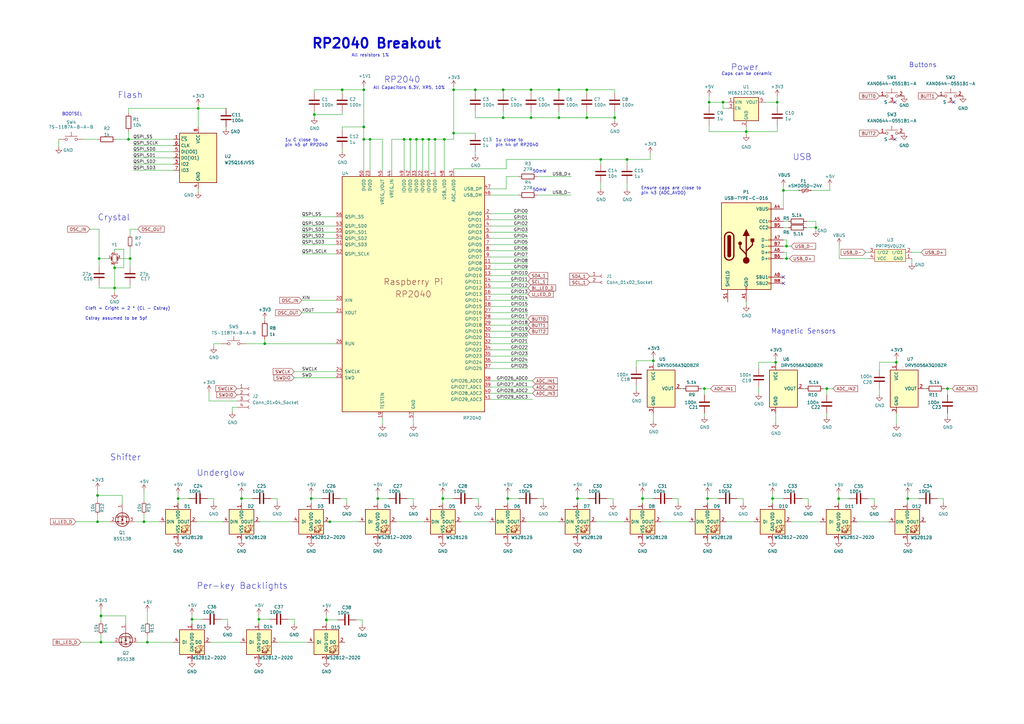
<source format=kicad_sch>
(kicad_sch (version 20230121) (generator eeschema)
  (paper "A3")
  (title_block (title "keeb") (date "2020-12-18") (rev "REV1"))
  (lib_symbols
    (symbol "Connector:Conn_01x02_Socket" (pin_names (offset 1.016) hide)
      (property "Reference" "J" (at 0 2.54 0))
      (property "Value" "Conn_01x02_Socket" (at 0 -5.08 0))
      (symbol "Conn_01x02_Socket_1_1"
        (pin passive line (at -5.08 0 0) (length 3.81) (name "Pin_1") (number "1"))
        (pin passive line (at -5.08 -2.54 0) (length 3.81) (name "Pin_2") (number "2"))
      )
    )
    (symbol "Connector:Conn_01x04_Socket" (pin_names (offset 1.016) hide)
      (property "Reference" "J" (at 0 5.08 0))
      (property "Value" "Conn_01x04_Socket" (at 0 -7.62 0))
      (symbol "Conn_01x04_Socket_1_1"
        (pin passive line (at -5.08 2.54 0) (length 3.81) (name "Pin_1") (number "1"))
        (pin passive line (at -5.08 0 0) (length 3.81) (name "Pin_2") (number "2"))
        (pin passive line (at -5.08 -2.54 0) (length 3.81) (name "Pin_3") (number "3"))
        (pin passive line (at -5.08 -5.08 0) (length 3.81) (name "Pin_4") (number "4"))
      )
    )
    (symbol "Connector:USB_C_Receptacle_USB2.0" (pin_names (offset 1.016))
      (property "Reference" "J" (at -10.16 19.05 0))
      (property "Value" "USB_C_Receptacle_USB2.0" (at 19.05 19.05 0))
      (symbol "USB_C_Receptacle_USB2.0_1_1"
        (pin passive line (at 0 -22.86 90) (length 5.08) (name "GND") (number "A1"))
        (pin passive line (at 0 -22.86 90) (length 5.08) hide (name "GND") (number "A12"))
        (pin passive line (at 15.24 15.24 180) (length 5.08) (name "VBUS") (number "A4"))
        (pin bidirectional line (at 15.24 10.16 180) (length 5.08) (name "CC1") (number "A5"))
        (pin bidirectional line (at 15.24 -2.54 180) (length 5.08) (name "D+") (number "A6"))
        (pin bidirectional line (at 15.24 2.54 180) (length 5.08) (name "D-") (number "A7"))
        (pin bidirectional line (at 15.24 -12.7 180) (length 5.08) (name "SBU1") (number "A8"))
        (pin passive line (at 15.24 15.24 180) (length 5.08) hide (name "VBUS") (number "A9"))
        (pin passive line (at 0 -22.86 90) (length 5.08) hide (name "GND") (number "B1"))
        (pin passive line (at 0 -22.86 90) (length 5.08) hide (name "GND") (number "B12"))
        (pin passive line (at 15.24 15.24 180) (length 5.08) hide (name "VBUS") (number "B4"))
        (pin bidirectional line (at 15.24 7.62 180) (length 5.08) (name "CC2") (number "B5"))
        (pin bidirectional line (at 15.24 -5.08 180) (length 5.08) (name "D+") (number "B6"))
        (pin bidirectional line (at 15.24 0 180) (length 5.08) (name "D-") (number "B7"))
        (pin bidirectional line (at 15.24 -15.24 180) (length 5.08) (name "SBU2") (number "B8"))
        (pin passive line (at 15.24 15.24 180) (length 5.08) hide (name "VBUS") (number "B9"))
        (pin passive line (at -7.62 -22.86 90) (length 5.08) (name "SHIELD") (number "S1"))
      )
    )
    (symbol "Device:C" (pin_numbers hide) (pin_names (offset 0.254))
      (property "Reference" "C" (at 0.635 2.54 0))
      (property "Value" "C" (at 0.635 -2.54 0))
      (symbol "C_1_1"
        (pin passive line (at 0 3.81 270) (length 2.794) (name "~") (number "1"))
        (pin passive line (at 0 -3.81 90) (length 2.794) (name "~") (number "2"))
      )
    )
    (symbol "Device:Crystal_GND24_Small" (pin_names (offset 1.016) hide)
      (property "Reference" "Y" (at 1.27 4.445 0))
      (property "Value" "Crystal_GND24_Small" (at 1.27 2.54 0))
      (symbol "Crystal_GND24_Small_1_1"
        (pin passive line (at -2.54 0 0) (length 1.27) (name "1") (number "1"))
        (pin passive line (at 0 -2.54 90) (length 0.635) (name "2") (number "2"))
        (pin passive line (at 2.54 0 180) (length 1.27) (name "3") (number "3"))
        (pin passive line (at 0 2.54 270) (length 0.635) (name "4") (number "4"))
      )
    )
    (symbol "Device:Polyfuse_Small" (pin_numbers hide) (pin_names (offset 0))
      (property "Reference" "F" (at -1.905 0 90))
      (property "Value" "Polyfuse_Small" (at 1.905 0 90))
      (symbol "Polyfuse_Small_1_1"
        (pin passive line (at 0 2.54 270) (length 0.635) (name "~") (number "1"))
        (pin passive line (at 0 -2.54 90) (length 0.635) (name "~") (number "2"))
      )
    )
    (symbol "Device:R" (pin_numbers hide) (pin_names (offset 0))
      (property "Reference" "R" (at 2.032 0 90))
      (property "Value" "R" (at 0 0 90))
      (symbol "R_1_1"
        (pin passive line (at 0 3.81 270) (length 1.27) (name "~") (number "1"))
        (pin passive line (at 0 -3.81 90) (length 1.27) (name "~") (number "2"))
      )
    )
    (symbol "Device:R_Small" (pin_numbers hide) (pin_names (offset 0.254) hide)
      (property "Reference" "R" (at 0.762 0.508 0))
      (property "Value" "R_Small" (at 0.762 -1.016 0))
      (symbol "R_Small_1_1"
        (pin passive line (at 0 2.54 270) (length 0.762) (name "~") (number "1"))
        (pin passive line (at 0 -2.54 90) (length 0.762) (name "~") (number "2"))
      )
    )
    (symbol "GND_1" (power) (pin_names (offset 0))
      (property "Value" "GND_1" (at 0 -3.81 0))
      (symbol "GND_1_1_1"
        (pin power_in line (at 0 0 270) (length 0) hide (name "GND") (number "1"))
      )
    )
    (symbol "LED:WS2812B" (pin_names (offset 0.254))
      (property "Reference" "D" (at 5.08 5.715 0))
      (property "Value" "WS2812B" (at 1.27 -5.715 0))
      (symbol "WS2812B_0_0"
        (text "RGB" (at 2.286 -4.191 0) (effects (font (size 0.762 0.762))))
      )
      (symbol "WS2812B_1_1"
        (pin power_in line (at 0 7.62 270) (length 2.54) (name "VDD") (number "1"))
        (pin output line (at 7.62 0 180) (length 2.54) (name "DOUT") (number "2"))
        (pin power_in line (at 0 -7.62 90) (length 2.54) (name "VSS") (number "3"))
        (pin input line (at -7.62 0 0) (length 2.54) (name "DIN") (number "4"))
      )
    )
    (symbol "MCU_RaspberryPi_RP2040:RP2040" (pin_names (offset 1.016))
      (property "Reference" "U" (at -29.21 49.53 0))
      (property "Value" "RP2040" (at 24.13 -49.53 0))
      (symbol "RP2040_0_0"
        (text "Raspberry Pi" (at 0 5.08 0) (effects (font (size 2.54 2.54))))
        (text "RP2040" (at 0 0 0) (effects (font (size 2.54 2.54))))
      )
      (symbol "RP2040_1_1"
        (pin power_in line (at 8.89 50.8 270) (length 2.54) (name "IOVDD") (number "1"))
        (pin power_in line (at 6.35 50.8 270) (length 2.54) (name "IOVDD") (number "10"))
        (pin bidirectional line (at 31.75 12.7 180) (length 2.54) (name "GPIO8") (number "11"))
        (pin bidirectional line (at 31.75 10.16 180) (length 2.54) (name "GPIO9") (number "12"))
        (pin bidirectional line (at 31.75 7.62 180) (length 2.54) (name "GPIO10") (number "13"))
        (pin bidirectional line (at 31.75 5.08 180) (length 2.54) (name "GPIO11") (number "14"))
        (pin bidirectional line (at 31.75 2.54 180) (length 2.54) (name "GPIO12") (number "15"))
        (pin bidirectional line (at 31.75 0 180) (length 2.54) (name "GPIO13") (number "16"))
        (pin bidirectional line (at 31.75 -2.54 180) (length 2.54) (name "GPIO14") (number "17"))
        (pin bidirectional line (at 31.75 -5.08 180) (length 2.54) (name "GPIO15") (number "18"))
        (pin passive line (at -12.7 -50.8 90) (length 2.54) (name "TESTEN") (number "19"))
        (pin bidirectional line (at 31.75 33.02 180) (length 2.54) (name "GPIO0") (number "2"))
        (pin input line (at -31.75 -2.54 0) (length 2.54) (name "XIN") (number "20"))
        (pin passive line (at -31.75 -7.62 0) (length 2.54) (name "XOUT") (number "21"))
        (pin power_in line (at 3.81 50.8 270) (length 2.54) (name "IOVDD") (number "22"))
        (pin power_in line (at -17.78 50.8 270) (length 2.54) (name "DVDD") (number "23"))
        (pin output line (at -31.75 -31.75 0) (length 2.54) (name "SWCLK") (number "24"))
        (pin bidirectional line (at -31.75 -34.29 0) (length 2.54) (name "SWD") (number "25"))
        (pin input line (at -31.75 -20.32 0) (length 2.54) (name "RUN") (number "26"))
        (pin bidirectional line (at 31.75 -7.62 180) (length 2.54) (name "GPIO16") (number "27"))
        (pin bidirectional line (at 31.75 -10.16 180) (length 2.54) (name "GPIO17") (number "28"))
        (pin bidirectional line (at 31.75 -12.7 180) (length 2.54) (name "GPIO18") (number "29"))
        (pin bidirectional line (at 31.75 30.48 180) (length 2.54) (name "GPIO1") (number "3"))
        (pin bidirectional line (at 31.75 -15.24 180) (length 2.54) (name "GPIO19") (number "30"))
        (pin bidirectional line (at 31.75 -17.78 180) (length 2.54) (name "GPIO20") (number "31"))
        (pin bidirectional line (at 31.75 -20.32 180) (length 2.54) (name "GPIO21") (number "32"))
        (pin power_in line (at 1.27 50.8 270) (length 2.54) (name "IOVDD") (number "33"))
        (pin bidirectional line (at 31.75 -22.86 180) (length 2.54) (name "GPIO22") (number "34"))
        (pin bidirectional line (at 31.75 -25.4 180) (length 2.54) (name "GPIO23") (number "35"))
        (pin bidirectional line (at 31.75 -27.94 180) (length 2.54) (name "GPIO24") (number "36"))
        (pin bidirectional line (at 31.75 -30.48 180) (length 2.54) (name "GPIO25") (number "37"))
        (pin bidirectional line (at 31.75 -35.56 180) (length 2.54) (name "GPIO26_ADC0") (number "38"))
        (pin bidirectional line (at 31.75 -38.1 180) (length 2.54) (name "GPIO27_ADC1") (number "39"))
        (pin bidirectional line (at 31.75 27.94 180) (length 2.54) (name "GPIO2") (number "4"))
        (pin bidirectional line (at 31.75 -40.64 180) (length 2.54) (name "GPIO28_ADC2") (number "40"))
        (pin bidirectional line (at 31.75 -43.18 180) (length 2.54) (name "GPIO29_ADC3") (number "41"))
        (pin power_in line (at -1.27 50.8 270) (length 2.54) (name "IOVDD") (number "42"))
        (pin power_in line (at 16.51 50.8 270) (length 2.54) (name "ADC_AVDD") (number "43"))
        (pin power_in line (at -8.89 50.8 270) (length 2.54) (name "VREG_IN") (number "44"))
        (pin power_out line (at -12.7 50.8 270) (length 2.54) (name "VREG_VOUT") (number "45"))
        (pin bidirectional line (at 31.75 40.64 180) (length 2.54) (name "USB_DM") (number "46"))
        (pin bidirectional line (at 31.75 43.18 180) (length 2.54) (name "USB_DP") (number "47"))
        (pin power_in line (at 12.7 50.8 270) (length 2.54) (name "USB_VDD") (number "48"))
        (pin power_in line (at -3.81 50.8 270) (length 2.54) (name "IOVDD") (number "49"))
        (pin bidirectional line (at 31.75 25.4 180) (length 2.54) (name "GPIO3") (number "5"))
        (pin power_in line (at -20.32 50.8 270) (length 2.54) (name "DVDD") (number "50"))
        (pin bidirectional line (at -31.75 20.32 0) (length 2.54) (name "QSPI_SD3") (number "51"))
        (pin output line (at -31.75 16.51 0) (length 2.54) (name "QSPI_SCLK") (number "52"))
        (pin bidirectional line (at -31.75 27.94 0) (length 2.54) (name "QSPI_SD0") (number "53"))
        (pin bidirectional line (at -31.75 22.86 0) (length 2.54) (name "QSPI_SD2") (number "54"))
        (pin bidirectional line (at -31.75 25.4 0) (length 2.54) (name "QSPI_SD1") (number "55"))
        (pin bidirectional line (at -31.75 31.75 0) (length 2.54) (name "QSPI_SS") (number "56"))
        (pin power_in line (at 0 -50.8 90) (length 2.54) (name "GND") (number "57"))
        (pin bidirectional line (at 31.75 22.86 180) (length 2.54) (name "GPIO4") (number "6"))
        (pin bidirectional line (at 31.75 20.32 180) (length 2.54) (name "GPIO5") (number "7"))
        (pin bidirectional line (at 31.75 17.78 180) (length 2.54) (name "GPIO6") (number "8"))
        (pin bidirectional line (at 31.75 15.24 180) (length 2.54) (name "GPIO7") (number "9"))
      )
    )
    (symbol "Memory_Flash:W25Q32JVSS"
      (property "Reference" "U" (at -6.35 11.43 0))
      (property "Value" "W25Q32JVSS" (at 7.62 11.43 0))
      (symbol "W25Q32JVSS_1_1"
        (pin input line (at -10.16 7.62 0) (length 2.54) (name "~{CS}") (number "1"))
        (pin bidirectional line (at -10.16 0 0) (length 2.54) (name "DO(IO1)") (number "2"))
        (pin bidirectional line (at -10.16 -2.54 0) (length 2.54) (name "IO2") (number "3"))
        (pin power_in line (at 0 -12.7 90) (length 2.54) (name "GND") (number "4"))
        (pin bidirectional line (at -10.16 2.54 0) (length 2.54) (name "DI(IO0)") (number "5"))
        (pin input line (at -10.16 5.08 0) (length 2.54) (name "CLK") (number "6"))
        (pin bidirectional line (at -10.16 -5.08 0) (length 2.54) (name "IO3") (number "7"))
        (pin power_in line (at 0 12.7 270) (length 2.54) (name "VCC") (number "8"))
      )
    )
    (symbol "Regulator_Linear:AP2127K-3.3" (pin_names (offset 0.254))
      (property "Reference" "U" (at -5.08 5.715 0))
      (property "Value" "AP2127K-3.3" (at 0 5.715 0))
      (symbol "AP2127K-3.3_1_1"
        (pin power_in line (at -7.62 2.54 0) (length 2.54) (name "VIN") (number "1"))
        (pin power_in line (at 0 -7.62 90) (length 2.54) (name "GND") (number "2"))
        (pin input line (at -7.62 0 0) (length 2.54) (name "EN") (number "3"))
        (pin no_connect line (at 5.08 0 180) (length 2.54) hide (name "NC") (number "4"))
        (pin power_out line (at 7.62 2.54 180) (length 2.54) (name "VOUT") (number "5"))
      )
    )
    (symbol "Sensor_Magnetic:SLSS49E"
      (property "Reference" "U" (at 0 11.43 0))
      (property "Value" "SLSS49E" (at 1.27 8.89 0))
      (symbol "SLSS49E_1_1"
        (pin power_in line (at -3.81 10.16 270) (length 2.54) (name "VCC") (number "1"))
        (pin open_collector line (at 7.62 0 180) (length 2.54) (name "VOUT") (number "2"))
        (pin power_in line (at -3.81 -10.16 90) (length 2.54) (name "GND") (number "3"))
      )
    )
    (symbol "Switch:SW_Push" (pin_numbers hide) (pin_names (offset 1.016) hide)
      (property "Reference" "SW" (at 1.27 2.54 0))
      (property "Value" "SW_Push" (at 0 -1.524 0))
      (symbol "SW_Push_0_1"
        (pin passive line (at -5.08 0 0) (length 2.54) (name "1") (number "1"))
        (pin passive line (at 5.08 0 180) (length 2.54) (name "2") (number "2"))
      )
    )
    (symbol "Transistor_FET:BSS138" (pin_names hide)
      (property "Reference" "Q" (at 5.08 1.905 0))
      (property "Value" "BSS138" (at 5.08 0 0))
      (symbol "BSS138_1_1"
        (pin input line (at -5.08 0 0) (length 2.54) (name "G") (number "1"))
        (pin passive line (at 2.54 -5.08 90) (length 2.54) (name "S") (number "2"))
        (pin passive line (at 2.54 5.08 270) (length 2.54) (name "D") (number "3"))
      )
    )
    (symbol "WS2812-2020:WS2812-2020" (pin_names (offset 1.016))
      (property "Reference" "U" (at -10.16 7.62 0))
      (property "Value" "WS2812-2020" (at -10.16 -10.16 0))
      (symbol "WS2812-2020_0_0"
        (text "RGB" (at 2.286 -4.191 0) (effects (font (size 0.762 0.762))))
      )
      (symbol "WS2812-2020_1_1"
        (pin power_in line (at 0 7.62 270) (length 2.54) (name "VDD") (number "1"))
        (pin output line (at 7.62 0 180) (length 2.54) (name "DO") (number "2"))
        (pin power_in line (at 0 -7.62 90) (length 2.54) (name "GND") (number "3"))
        (pin input line (at -7.62 0 0) (length 2.54) (name "DI") (number "4"))
      )
    )
    (symbol "keebio:PRTR5V0U2X" (pin_names (offset 1.016))
      (property "Reference" "U" (at 0 7.62 0))
      (property "Value" "PRTR5V0U2X" (at 0 5.08 0))
      (symbol "PRTR5V0U2X_1_1"
        (pin input line (at -8.89 1.27 0) (length 2.54) (name "GND") (number "1"))
        (pin input line (at -8.89 -1.27 0) (length 2.54) (name "I/O1") (number "2"))
        (pin input line (at 8.89 -1.27 180) (length 2.54) (name "I/O2") (number "3"))
        (pin input line (at 8.89 1.27 180) (length 2.54) (name "VCC") (number "4"))
      )
    )
    (symbol "power:+1V1" (power) (pin_names (offset 0))
      (property "Value" "+1V1" (at 0 3.556 0))
      (symbol "+1V1_1_1"
        (pin power_in line (at 0 0 90) (length 0) hide (name "+1V1") (number "1"))
      )
    )
    (symbol "power:+3V3" (power) (pin_names (offset 0))
      (property "Value" "+3V3" (at 0 3.556 0))
      (symbol "+3V3_1_1"
        (pin power_in line (at 0 0 90) (length 0) hide (name "+3V3") (number "1"))
      )
    )
    (symbol "power:+5V" (power) (pin_names (offset 0))
      (property "Value" "+5V" (at 0 3.556 0))
      (symbol "+5V_1_1"
        (pin power_in line (at 0 0 90) (length 0) hide (name "+5V") (number "1"))
      )
    )
    (symbol "power:GND" (power) (pin_names (offset 0))
      (property "Value" "GND" (at 0 -3.81 0))
      (symbol "GND_1_1"
        (pin power_in line (at 0 0 270) (length 0) hide (name "GND") (number "1"))
      )
    )
    (symbol "power:VBUS" (power) (pin_names (offset 0))
      (property "Value" "VBUS" (at 0 3.81 0))
      (symbol "VBUS_1_1"
        (pin power_in line (at 0 0 90) (length 0) hide (name "VBUS") (number "1"))
      )
    )
    (symbol "push_buttons_keypad:KAN0644"
      (property "Reference" "SW" (at 2.54 3.81 0))
      (symbol "KAN0644_1_1"
        (pin passive line (at -5.08 0 0) (length 2.54) (name "") (number "1"))
        (pin passive line (at 5.08 0 180) (length 2.54) (name "") (number "2"))
        (pin passive line (at 1.27 -2.54 180) (length 2.54) (name "S") (number "3"))
      )
    )
  )
  (junction (at 53.34 106.045))
  (junction (at 165.735 57.15))
  (junction (at 288.925 159.385))
  (junction (at 151.765 57.15))
  (junction (at 334.645 93.345))
  (junction (at 133.858 254.254))
  (junction (at 306.07 53.975))
  (junction (at 40.005 213.995))
  (junction (at 263.525 204.47))
  (junction (at 106.172 254))
  (junction (at 240.665 48.26))
  (junction (at 206.375 48.26))
  (junction (at 40.64 106.045))
  (junction (at 108.585 140.97))
  (junction (at 99.06 204.47))
  (junction (at 81.28 44.45))
  (junction (at 149.225 52.07))
  (junction (at 372.3132 204.4954))
  (junction (at 178.435 57.15))
  (junction (at 168.275 57.15))
  (junction (at 73.025 204.47))
  (junction (at 217.805 48.26))
  (junction (at 236.855 204.47))
  (junction (at 135.255 213.995))
  (junction (at 290.195 204.47))
  (junction (at 322.58 100.965))
  (junction (at 208.28 204.47))
  (junction (at 175.895 57.15))
  (junction (at 290.83 41.91))
  (junction (at 321.31 78.105))
  (junction (at 46.99 109.855))
  (junction (at 170.815 57.15))
  (junction (at 229.235 48.26))
  (junction (at 128.905 46.99))
  (junction (at 59.055 213.995))
  (junction (at 367.665 148.59))
  (junction (at 296.545 41.91))
  (junction (at 46.99 118.11))
  (junction (at 181.61 204.47))
  (junction (at 40.005 203.2))
  (junction (at 149.225 57.15))
  (junction (at 41.402 263.398))
  (junction (at 217.805 36.83))
  (junction (at 186.055 54.61))
  (junction (at 127.635 204.47))
  (junction (at 52.705 57.15))
  (junction (at 41.402 252.603))
  (junction (at 343.9414 204.5208))
  (junction (at 60.452 263.398))
  (junction (at 78.74 254))
  (junction (at 316.865 204.47))
  (junction (at 252.095 48.26))
  (junction (at 140.335 36.83))
  (junction (at 318.77 41.91))
  (junction (at 154.94 204.47))
  (junction (at 322.58 106.045))
  (junction (at 318.135 148.59))
  (junction (at 149.225 36.83))
  (junction (at 173.355 57.15))
  (junction (at 182.245 57.15))
  (junction (at 246.38 65.405))
  (junction (at 388.62 159.385))
  (junction (at 194.945 36.83))
  (junction (at 229.235 36.83))
  (junction (at 339.09 159.385))
  (junction (at 186.055 36.83))
  (junction (at 206.375 36.83))
  (junction (at 267.97 147.955))
  (junction (at 240.665 36.83))
  (junction (at 257.175 65.405))
  (no_connect (at 321.31 113.665))
  (no_connect (at 321.31 116.205))
  (no_connect (at 367.03 57.15))
  (no_connect (at 367.03 41.91))
  (no_connect (at 391.16 41.91))
  (wire (pts (xy 267.97 169.545) (xy 267.97 172.72)))
  (wire (pts (xy 201.295 92.71) (xy 216.535 92.71)))
  (wire (pts (xy 133.858 254.254) (xy 133.858 255.778)))
  (wire (pts (xy 135.255 213.9696) (xy 135.255 213.995)))
  (wire (pts (xy 288.925 159.385) (xy 288.925 161.925)))
  (wire (pts (xy 201.295 90.17) (xy 216.535 90.17)))
  (wire (pts (xy 113.792 263.398) (xy 126.238 263.398)))
  (wire (pts (xy 208.28 204.47) (xy 208.28 206.375)))
  (wire (pts (xy 52.705 44.45) (xy 52.705 46.355)))
  (wire (pts (xy 356.235 106.045) (xy 344.17 106.045)))
  (wire (pts (xy 201.295 135.89) (xy 216.535 135.89)))
  (wire (pts (xy 201.295 163.83) (xy 218.44 163.83)))
  (wire (pts (xy 54.61 69.85) (xy 71.12 69.85)))
  (wire (pts (xy 311.15 158.75) (xy 311.15 161.29)))
  (wire (pts (xy 140.335 46.99) (xy 140.335 45.72)))
  (wire (pts (xy 156.845 171.45) (xy 156.845 173.99)))
  (wire (pts (xy 337.82 159.385) (xy 339.09 159.385)))
  (wire (pts (xy 135.2042 213.9696) (xy 135.255 213.9696)))
  (wire (pts (xy 135.255 213.995) (xy 147.2946 213.995)))
  (wire (pts (xy 106.68 213.995) (xy 120.015 213.995)))
  (wire (pts (xy 201.295 158.75) (xy 218.44 158.75)))
  (wire (pts (xy 85.725 164.465) (xy 85.725 160.655)))
  (wire (pts (xy 133.858 254.254) (xy 138.43 254.254)))
  (wire (pts (xy 154.9146 204.47) (xy 154.9146 206.375)))
  (wire (pts (xy 266.7 62.865) (xy 266.7 65.405)))
  (wire (pts (xy 316.865 204.47) (xy 321.31 204.47)))
  (wire (pts (xy 332.74 78.105) (xy 340.36 78.105)))
  (wire (pts (xy 386.9182 204.4954) (xy 384.3782 204.4954)))
  (wire (pts (xy 113.665 204.47) (xy 113.665 206.375)))
  (wire (pts (xy 128.905 45.72) (xy 128.905 46.99)))
  (wire (pts (xy 50.165 203.2) (xy 50.165 206.375)))
  (wire (pts (xy 54.61 59.69) (xy 71.12 59.69)))
  (wire (pts (xy 186.055 54.61) (xy 194.945 54.61)))
  (wire (pts (xy 137.795 88.9) (xy 123.825 88.9)))
  (wire (pts (xy 201.295 113.03) (xy 216.535 113.03)))
  (wire (pts (xy 201.295 151.13) (xy 216.535 151.13)))
  (wire (pts (xy 40.005 200.66) (xy 40.005 203.2)))
  (wire (pts (xy 278.13 204.47) (xy 278.13 206.375)))
  (wire (pts (xy 339.09 159.385) (xy 339.09 161.925)))
  (wire (pts (xy 323.215 90.805) (xy 321.31 90.805)))
  (wire (pts (xy 206.375 38.1) (xy 206.375 36.83)))
  (wire (pts (xy 387.35 159.385) (xy 388.62 159.385)))
  (wire (pts (xy 123.825 97.79) (xy 137.795 97.79)))
  (wire (pts (xy 40.005 210.82) (xy 40.005 213.995)))
  (wire (pts (xy 322.58 100.965) (xy 324.485 100.965)))
  (wire (pts (xy 236.855 204.47) (xy 241.3 204.47)))
  (wire (pts (xy 372.1354 221.6658) (xy 372.3386 221.6658)))
  (wire (pts (xy 52.705 44.45) (xy 81.28 44.45)))
  (wire (pts (xy 149.225 57.15) (xy 149.225 69.85)))
  (wire (pts (xy 354.965 103.505) (xy 356.235 103.505)))
  (wire (pts (xy 208.28 204.47) (xy 212.725 204.47)))
  (wire (pts (xy 201.295 148.59) (xy 216.535 148.59)))
  (wire (pts (xy 343.9414 204.5208) (xy 348.3864 204.5208)))
  (wire (pts (xy 49.53 106.045) (xy 53.34 106.045)))
  (wire (pts (xy 267.97 146.685) (xy 267.97 147.955)))
  (wire (pts (xy 201.295 80.01) (xy 212.725 80.01)))
  (wire (pts (xy 173.355 57.15) (xy 175.895 57.15)))
  (wire (pts (xy 263.525 204.47) (xy 267.97 204.47)))
  (wire (pts (xy 73.025 204.47) (xy 77.47 204.47)))
  (wire (pts (xy 287.655 159.385) (xy 288.925 159.385)))
  (wire (pts (xy 120.65 152.4) (xy 137.795 152.4)))
  (wire (pts (xy 201.295 130.81) (xy 216.535 130.81)))
  (wire (pts (xy 78.74 252.095) (xy 78.74 254)))
  (wire (pts (xy 306.07 53.975) (xy 318.77 53.975)))
  (wire (pts (xy 50.8 102.235) (xy 50.8 109.855)))
  (wire (pts (xy 165.735 57.15) (xy 168.275 57.15)))
  (wire (pts (xy 290.83 53.975) (xy 306.07 53.975)))
  (wire (pts (xy 220.345 80.01) (xy 234.315 80.01)))
  (wire (pts (xy 201.295 87.63) (xy 216.535 87.63)))
  (wire (pts (xy 339.09 159.385) (xy 341.63 159.385)))
  (wire (pts (xy 154.9146 221.615) (xy 154.9146 221.5388)))
  (wire (pts (xy 46.99 109.855) (xy 46.99 118.11)))
  (wire (pts (xy 162.5346 213.995) (xy 173.99 213.995)))
  (wire (pts (xy 194.945 36.83) (xy 206.375 36.83)))
  (wire (pts (xy 81.28 43.18) (xy 81.28 44.45)))
  (wire (pts (xy 290.195 204.47) (xy 290.195 206.375)))
  (wire (pts (xy 186.055 69.215) (xy 207.645 69.215)))
  (wire (pts (xy 140.335 52.07) (xy 149.225 52.07)))
  (wire (pts (xy 186.055 36.83) (xy 186.055 54.61)))
  (wire (pts (xy 321.31 93.345) (xy 323.215 93.345)))
  (wire (pts (xy 154.94 204.47) (xy 159.385 204.47)))
  (wire (pts (xy 173.355 69.85) (xy 173.355 57.15)))
  (wire (pts (xy 316.865 204.47) (xy 316.865 206.375)))
  (wire (pts (xy 113.665 204.47) (xy 111.125 204.47)))
  (wire (pts (xy 306.07 123.825) (xy 306.07 125.095)))
  (wire (pts (xy 78.74 254) (xy 78.74 255.778)))
  (wire (pts (xy 52.705 57.15) (xy 71.12 57.15)))
  (wire (pts (xy 296.545 44.45) (xy 298.45 44.45)))
  (wire (pts (xy 240.665 36.83) (xy 252.095 36.83)))
  (wire (pts (xy 236.855 204.47) (xy 236.855 206.375)))
  (wire (pts (xy 169.545 171.45) (xy 169.545 173.99)))
  (wire (pts (xy 108.585 140.97) (xy 137.795 140.97)))
  (wire (pts (xy 240.665 45.72) (xy 240.665 48.26)))
  (wire (pts (xy 343.9414 204.5208) (xy 343.9414 206.4258)))
  (wire (pts (xy 149.225 52.07) (xy 149.225 57.15)))
  (wire (pts (xy 322.58 98.425) (xy 322.58 100.965)))
  (wire (pts (xy 388.62 159.385) (xy 388.62 161.925)))
  (wire (pts (xy 379.095 159.385) (xy 379.73 159.385)))
  (wire (pts (xy 56.642 263.398) (xy 60.452 263.398)))
  (wire (pts (xy 351.5614 214.0458) (xy 364.5154 214.0458)))
  (wire (pts (xy 59.055 213.995) (xy 65.405 213.995)))
  (wire (pts (xy 201.295 138.43) (xy 216.535 138.43)))
  (wire (pts (xy 207.645 72.39) (xy 212.725 72.39)))
  (wire (pts (xy 222.885 204.47) (xy 222.885 206.375)))
  (wire (pts (xy 47.625 57.15) (xy 52.705 57.15)))
  (wire (pts (xy 151.765 57.15) (xy 149.225 57.15)))
  (wire (pts (xy 201.295 107.95) (xy 216.535 107.95)))
  (wire (pts (xy 80.645 213.995) (xy 91.44 213.995)))
  (wire (pts (xy 318.135 169.545) (xy 318.135 173.355)))
  (wire (pts (xy 217.805 45.72) (xy 217.805 48.26)))
  (wire (pts (xy 41.402 252.603) (xy 51.562 252.603)))
  (wire (pts (xy 252.095 48.26) (xy 252.095 49.53)))
  (wire (pts (xy 93.345 254) (xy 93.345 255.905)))
  (wire (pts (xy 340.36 76.2) (xy 340.36 78.105)))
  (wire (pts (xy 304.8 204.47) (xy 304.8 206.375)))
  (wire (pts (xy 321.31 78.105) (xy 321.31 85.725)))
  (wire (pts (xy 148.59 254.254) (xy 146.05 254.254)))
  (wire (pts (xy 374.015 103.505) (xy 377.825 103.505)))
  (wire (pts (xy 201.295 77.47) (xy 207.645 77.47)))
  (wire (pts (xy 360.68 159.385) (xy 360.68 161.925)))
  (wire (pts (xy 334.645 93.345) (xy 334.645 94.615)))
  (wire (pts (xy 186.055 36.83) (xy 194.945 36.83)))
  (wire (pts (xy 140.335 53.34) (xy 140.335 52.07)))
  (wire (pts (xy 201.295 125.73) (xy 216.535 125.73)))
  (wire (pts (xy 59.055 210.82) (xy 59.055 213.995)))
  (wire (pts (xy 321.31 76.2) (xy 321.31 78.105)))
  (wire (pts (xy 41.402 250.063) (xy 41.402 252.603)))
  (wire (pts (xy 297.815 213.995) (xy 309.245 213.995)))
  (wire (pts (xy 290.83 51.435) (xy 290.83 53.975)))
  (wire (pts (xy 331.47 204.47) (xy 331.47 206.375)))
  (wire (pts (xy 46.99 103.505) (xy 46.99 102.235)))
  (wire (pts (xy 55.245 213.995) (xy 59.055 213.995)))
  (wire (pts (xy 288.925 159.385) (xy 291.465 159.385)))
  (wire (pts (xy 257.175 65.405) (xy 257.175 67.31)))
  (wire (pts (xy 52.705 53.975) (xy 52.705 57.15)))
  (wire (pts (xy 194.945 38.1) (xy 194.945 36.83)))
  (wire (pts (xy 99.06 204.47) (xy 103.505 204.47)))
  (wire (pts (xy 251.46 204.47) (xy 251.46 206.375)))
  (wire (pts (xy 207.645 72.39) (xy 207.645 77.47)))
  (wire (pts (xy 137.795 104.14) (xy 123.825 104.14)))
  (wire (pts (xy 208.28 202.565) (xy 208.28 204.47)))
  (wire (pts (xy 175.895 57.15) (xy 178.435 57.15)))
  (wire (pts (xy 329.565 159.385) (xy 330.2 159.385)))
  (wire (pts (xy 41.402 260.223) (xy 41.402 263.398)))
  (wire (pts (xy 358.5464 204.5208) (xy 358.5464 206.4258)))
  (wire (pts (xy 201.295 128.27) (xy 216.535 128.27)))
  (wire (pts (xy 140.335 60.96) (xy 140.335 62.23)))
  (wire (pts (xy 288.925 169.545) (xy 288.925 170.815)))
  (wire (pts (xy 306.07 55.245) (xy 306.07 53.975)))
  (wire (pts (xy 201.295 120.65) (xy 216.535 120.65)))
  (wire (pts (xy 123.825 100.33) (xy 137.795 100.33)))
  (wire (pts (xy 372.3386 221.6658) (xy 372.3386 221.6404)))
  (wire (pts (xy 169.545 204.47) (xy 167.005 204.47)))
  (wire (pts (xy 306.07 52.07) (xy 306.07 53.975)))
  (wire (pts (xy 318.135 148.59) (xy 311.15 148.59)))
  (wire (pts (xy 56.515 93.98) (xy 53.34 93.98)))
  (wire (pts (xy 186.055 54.61) (xy 186.055 57.15)))
  (wire (pts (xy 40.64 118.11) (xy 40.64 116.84)))
  (wire (pts (xy 278.13 204.47) (xy 275.59 204.47)))
  (wire (pts (xy 207.645 69.215) (xy 207.645 65.405)))
  (wire (pts (xy 360.68 148.59) (xy 367.665 148.59)))
  (wire (pts (xy 322.58 106.045) (xy 322.58 103.505)))
  (wire (pts (xy 81.28 44.45) (xy 81.28 52.07)))
  (wire (pts (xy 201.295 133.35) (xy 216.535 133.35)))
  (wire (pts (xy 46.99 102.235) (xy 50.8 102.235)))
  (wire (pts (xy 46.99 120.015) (xy 46.99 118.11)))
  (wire (pts (xy 170.815 57.15) (xy 173.355 57.15)))
  (wire (pts (xy 46.99 118.11) (xy 53.34 118.11)))
  (wire (pts (xy 60.452 250.698) (xy 60.452 255.143)))
  (wire (pts (xy 318.77 51.435) (xy 318.77 53.975)))
  (wire (pts (xy 99.06 202.565) (xy 99.06 204.47)))
  (wire (pts (xy 251.46 204.47) (xy 248.92 204.47)))
  (wire (pts (xy 374.015 106.045) (xy 374.015 107.95)))
  (wire (pts (xy 100.965 140.97) (xy 108.585 140.97)))
  (wire (pts (xy 178.435 57.15) (xy 178.435 69.85)))
  (wire (pts (xy 304.8 204.47) (xy 302.26 204.47)))
  (wire (pts (xy 118.11 254) (xy 120.777 254)))
  (wire (pts (xy 106.172 254) (xy 106.172 255.778)))
  (wire (pts (xy 156.845 57.15) (xy 151.765 57.15)))
  (wire (pts (xy 87.63 204.47) (xy 85.09 204.47)))
  (wire (pts (xy 271.145 213.995) (xy 282.575 213.995)))
  (wire (pts (xy 217.805 48.26) (xy 206.375 48.26)))
  (wire (pts (xy 260.985 158.115) (xy 260.985 160.02)))
  (wire (pts (xy 140.335 38.1) (xy 140.335 36.83)))
  (wire (pts (xy 137.795 128.27) (xy 123.825 128.27)))
  (wire (pts (xy 344.17 106.045) (xy 344.17 100.33)))
  (wire (pts (xy 95.25 167.005) (xy 97.155 167.005)))
  (wire (pts (xy 201.295 105.41) (xy 216.535 105.41)))
  (wire (pts (xy 290.83 43.815) (xy 290.83 41.91)))
  (wire (pts (xy 194.945 45.72) (xy 194.945 48.26)))
  (wire (pts (xy 140.335 36.83) (xy 149.225 36.83)))
  (wire (pts (xy 93.345 254) (xy 90.805 254)))
  (wire (pts (xy 252.095 38.1) (xy 252.095 36.83)))
  (wire (pts (xy 267.97 147.955) (xy 267.97 149.225)))
  (wire (pts (xy 324.485 214.0458) (xy 336.3214 214.0458)))
  (wire (pts (xy 46.99 118.11) (xy 40.64 118.11)))
  (wire (pts (xy 108.585 139.065) (xy 108.585 140.97)))
  (wire (pts (xy 334.645 90.805) (xy 334.645 93.345)))
  (wire (pts (xy 178.435 57.15) (xy 182.245 57.15)))
  (wire (pts (xy 311.15 148.59) (xy 311.15 151.13)))
  (wire (pts (xy 46.99 108.585) (xy 46.99 109.855)))
  (wire (pts (xy 201.295 115.57) (xy 216.535 115.57)))
  (wire (pts (xy 181.61 204.47) (xy 186.055 204.47)))
  (wire (pts (xy 206.375 48.26) (xy 194.945 48.26)))
  (wire (pts (xy 201.295 123.19) (xy 216.535 123.19)))
  (wire (pts (xy 206.375 45.72) (xy 206.375 48.26)))
  (wire (pts (xy 201.295 140.97) (xy 216.535 140.97)))
  (wire (pts (xy 388.62 159.385) (xy 390.525 159.385)))
  (wire (pts (xy 34.29 57.15) (xy 40.005 57.15)))
  (wire (pts (xy 296.545 41.91) (xy 296.545 44.45)))
  (wire (pts (xy 201.295 97.79) (xy 216.535 97.79)))
  (wire (pts (xy 98.552 263.398) (xy 86.36 263.398)))
  (wire (pts (xy 229.235 38.1) (xy 229.235 36.83)))
  (wire (pts (xy 246.38 65.405) (xy 257.175 65.405)))
  (wire (pts (xy 154.94 202.565) (xy 154.94 204.47)))
  (wire (pts (xy 40.64 109.22) (xy 40.64 106.045)))
  (wire (pts (xy 201.295 146.05) (xy 216.535 146.05)))
  (wire (pts (xy 201.295 102.87) (xy 216.535 102.87)))
  (wire (pts (xy 318.77 39.37) (xy 318.77 41.91)))
  (wire (pts (xy 290.195 204.47) (xy 294.64 204.47)))
  (wire (pts (xy 92.71 52.705) (xy 92.71 52.07)))
  (wire (pts (xy 31.115 213.995) (xy 40.005 213.995)))
  (wire (pts (xy 217.805 36.83) (xy 229.235 36.83)))
  (wire (pts (xy 236.855 202.565) (xy 236.855 204.47)))
  (wire (pts (xy 324.485 214.0458) (xy 324.485 213.995)))
  (wire (pts (xy 186.055 35.56) (xy 186.055 36.83)))
  (wire (pts (xy 201.295 95.25) (xy 216.535 95.25)))
  (wire (pts (xy 90.805 140.97) (xy 87.63 140.97)))
  (wire (pts (xy 59.055 201.295) (xy 59.055 205.74)))
  (wire (pts (xy 182.245 69.85) (xy 182.245 57.15)))
  (wire (pts (xy 279.4 159.385) (xy 280.035 159.385)))
  (wire (pts (xy 71.12 64.77) (xy 54.61 64.77)))
  (wire (pts (xy 127.635 204.47) (xy 127.635 206.375)))
  (wire (pts (xy 53.34 116.84) (xy 53.34 118.11)))
  (wire (pts (xy 127.635 202.565) (xy 127.635 204.47)))
  (wire (pts (xy 81.28 44.45) (xy 92.71 44.45)))
  (wire (pts (xy 201.295 110.49) (xy 216.535 110.49)))
  (wire (pts (xy 316.865 202.565) (xy 316.865 204.47)))
  (wire (pts (xy 206.375 36.83) (xy 217.805 36.83)))
  (wire (pts (xy 220.345 72.39) (xy 234.315 72.39)))
  (wire (pts (xy 318.77 43.815) (xy 318.77 41.91)))
  (wire (pts (xy 263.525 204.47) (xy 263.525 206.375)))
  (wire (pts (xy 108.585 130.81) (xy 108.585 131.445)))
  (wire (pts (xy 201.295 118.11) (xy 216.535 118.11)))
  (wire (pts (xy 128.905 46.99) (xy 140.335 46.99)))
  (wire (pts (xy 181.61 202.565) (xy 181.61 204.47)))
  (wire (pts (xy 142.24 204.47) (xy 139.7 204.47)))
  (wire (pts (xy 201.295 156.21) (xy 218.44 156.21)))
  (wire (pts (xy 160.655 57.15) (xy 165.735 57.15)))
  (wire (pts (xy 128.905 38.1) (xy 128.905 36.83)))
  (wire (pts (xy 181.61 204.47) (xy 181.61 206.375)))
  (wire (pts (xy 246.38 74.93) (xy 246.38 77.47)))
  (wire (pts (xy 123.825 92.71) (xy 137.795 92.71)))
  (wire (pts (xy 128.905 36.83) (xy 140.335 36.83)))
  (wire (pts (xy 151.765 69.85) (xy 151.765 57.15)))
  (wire (pts (xy 207.645 65.405) (xy 246.38 65.405)))
  (wire (pts (xy 257.175 74.93) (xy 257.175 77.47)))
  (wire (pts (xy 78.74 254) (xy 83.185 254)))
  (wire (pts (xy 154.9146 204.47) (xy 154.94 204.47)))
  (wire (pts (xy 142.24 204.47) (xy 142.24 206.375)))
  (wire (pts (xy 73.025 204.47) (xy 73.025 206.375)))
  (wire (pts (xy 222.885 204.47) (xy 220.345 204.47)))
  (wire (pts (xy 40.005 213.995) (xy 45.085 213.995)))
  (wire (pts (xy 170.815 69.85) (xy 170.815 57.15)))
  (wire (pts (xy 175.895 69.85) (xy 175.895 57.15)))
  (wire (pts (xy 40.005 203.2) (xy 50.165 203.2)))
  (wire (pts (xy 106.172 252.095) (xy 106.172 254)))
  (wire (pts (xy 343.9414 202.6158) (xy 343.9414 204.5208)))
  (wire (pts (xy 244.475 213.995) (xy 255.905 213.995)))
  (wire (pts (xy 372.3386 221.6404) (xy 372.3132 221.6404)))
  (wire (pts (xy 201.295 100.33) (xy 216.535 100.33)))
  (wire (pts (xy 189.23 213.995) (xy 200.66 213.995)))
  (wire (pts (xy 149.225 35.56) (xy 149.225 36.83)))
  (wire (pts (xy 196.215 204.47) (xy 196.215 206.375)))
  (wire (pts (xy 154.94 221.5388) (xy 154.94 221.5896)))
  (wire (pts (xy 133.858 252.222) (xy 133.858 254.254)))
  (wire (pts (xy 156.845 69.85) (xy 156.845 57.15)))
  (wire (pts (xy 321.31 78.105) (xy 327.66 78.105)))
  (wire (pts (xy 372.3132 204.4954) (xy 376.7582 204.4954)))
  (wire (pts (xy 330.835 93.345) (xy 334.645 93.345)))
  (wire (pts (xy 40.005 203.2) (xy 40.005 205.74)))
  (wire (pts (xy 97.155 164.465) (xy 85.725 164.465)))
  (wire (pts (xy 40.64 93.98) (xy 36.83 93.98)))
  (wire (pts (xy 120.777 255.905) (xy 120.65 255.905)))
  (wire (pts (xy 87.63 140.97) (xy 87.63 142.24)))
  (wire (pts (xy 106.172 254) (xy 110.49 254)))
  (wire (pts (xy 123.825 123.19) (xy 137.795 123.19)))
  (wire (pts (xy 240.665 38.1) (xy 240.665 36.83)))
  (wire (pts (xy 50.8 109.855) (xy 46.99 109.855)))
  (wire (pts (xy 321.31 98.425) (xy 322.58 98.425)))
  (wire (pts (xy 149.225 36.83) (xy 149.225 52.07)))
  (wire (pts (xy 60.452 260.223) (xy 60.452 263.398)))
  (wire (pts (xy 182.245 57.15) (xy 186.055 57.15)))
  (wire (pts (xy 298.45 41.91) (xy 296.545 41.91)))
  (wire (pts (xy 196.215 204.47) (xy 193.675 204.47)))
  (wire (pts (xy 240.665 48.26) (xy 252.095 48.26)))
  (wire (pts (xy 40.64 93.98) (xy 40.64 106.045)))
  (wire (pts (xy 71.12 62.23) (xy 54.61 62.23)))
  (wire (pts (xy 201.295 161.29) (xy 218.44 161.29)))
  (wire (pts (xy 165.735 69.85) (xy 165.735 57.15)))
  (wire (pts (xy 106.045 254) (xy 106.172 254)))
  (wire (pts (xy 123.825 95.25) (xy 137.795 95.25)))
  (wire (pts (xy 168.275 69.85) (xy 168.275 57.15)))
  (wire (pts (xy 168.275 57.15) (xy 170.815 57.15)))
  (wire (pts (xy 388.62 169.545) (xy 388.62 170.815)))
  (wire (pts (xy 321.31 103.505) (xy 322.58 103.505)))
  (wire (pts (xy 201.295 143.51) (xy 216.535 143.51)))
  (wire (pts (xy 24.13 57.15) (xy 24.13 60.325)))
  (wire (pts (xy 186.055 69.215) (xy 186.055 69.85)))
  (wire (pts (xy 260.985 147.955) (xy 260.985 150.495)))
  (wire (pts (xy 229.235 36.83) (xy 240.665 36.83)))
  (wire (pts (xy 367.665 148.59) (xy 367.665 149.225)))
  (wire (pts (xy 120.777 254) (xy 120.777 255.905)))
  (wire (pts (xy 321.31 100.965) (xy 322.58 100.965)))
  (wire (pts (xy 358.5464 204.5208) (xy 356.0064 204.5208)))
  (wire (pts (xy 87.63 204.47) (xy 87.63 206.375)))
  (wire (pts (xy 331.47 204.47) (xy 328.93 204.47)))
  (wire (pts (xy 169.545 204.47) (xy 169.545 206.375)))
  (wire (pts (xy 322.58 106.045) (xy 323.85 106.045)))
  (wire (pts (xy 120.65 154.94) (xy 137.795 154.94)))
  (wire (pts (xy 40.64 106.045) (xy 44.45 106.045)))
  (wire (pts (xy 229.235 48.26) (xy 217.805 48.26)))
  (wire (pts (xy 263.525 202.565) (xy 263.525 204.47)))
  (wire (pts (xy 246.38 65.405) (xy 246.38 67.31)))
  (wire (pts (xy 367.665 169.545) (xy 367.665 173.99)))
  (wire (pts (xy 51.562 252.603) (xy 51.562 255.778)))
  (wire (pts (xy 41.402 263.398) (xy 46.482 263.398)))
  (wire (pts (xy 128.905 46.99) (xy 128.905 48.26)))
  (wire (pts (xy 267.97 147.955) (xy 260.985 147.955)))
  (wire (pts (xy 99.06 204.47) (xy 99.06 206.375)))
  (wire (pts (xy 318.135 147.32) (xy 318.135 148.59)))
  (wire (pts (xy 290.83 39.37) (xy 290.83 41.91)))
  (wire (pts (xy 372.3132 202.5904) (xy 372.3132 204.4954)))
  (wire (pts (xy 54.61 67.31) (xy 71.12 67.31)))
  (wire (pts (xy 318.135 148.59) (xy 318.135 149.225)))
  (wire (pts (xy 372.1354 204.4954) (xy 372.1354 206.4258)))
  (wire (pts (xy 53.34 93.98) (xy 53.34 96.52)))
  (wire (pts (xy 53.34 106.045) (xy 53.34 109.22)))
  (wire (pts (xy 160.655 69.85) (xy 160.655 57.15)))
  (wire (pts (xy 41.402 252.603) (xy 41.402 255.143)))
  (wire (pts (xy 154.9146 221.5388) (xy 154.94 221.5388)))
  (wire (pts (xy 334.645 90.805) (xy 330.835 90.805)))
  (wire (pts (xy 215.9 213.995) (xy 229.235 213.995)))
  (wire (pts (xy 252.095 45.72) (xy 252.095 48.26)))
  (wire (pts (xy 229.235 45.72) (xy 229.235 48.26)))
  (wire (pts (xy 148.59 254.254) (xy 148.59 256.159)))
  (wire (pts (xy 194.945 63.5) (xy 194.945 62.23)))
  (wire (pts (xy 372.1354 204.4954) (xy 372.3132 204.4954)))
  (wire (pts (xy 229.235 48.26) (xy 240.665 48.26)))
  (wire (pts (xy 217.805 38.1) (xy 217.805 36.83)))
  (wire (pts (xy 257.175 65.405) (xy 266.7 65.405)))
  (wire (pts (xy 321.31 106.045) (xy 322.58 106.045)))
  (wire (pts (xy 60.452 263.398) (xy 71.12 263.398)))
  (wire (pts (xy 290.83 41.91) (xy 296.545 41.91)))
  (wire (pts (xy 33.147 263.398) (xy 41.402 263.398)))
  (wire (pts (xy 73.025 202.565) (xy 73.025 204.47)))
  (wire (pts (xy 53.34 101.6) (xy 53.34 106.045)))
  (wire (pts (xy 339.09 169.545) (xy 339.09 170.815)))
  (wire (pts (xy 313.69 41.91) (xy 318.77 41.91)))
  (wire (pts (xy 367.665 147.32) (xy 367.665 148.59)))
  (wire (pts (xy 360.68 148.59) (xy 360.68 151.765)))
  (wire (pts (xy 127.635 204.47) (xy 132.08 204.47)))
  (wire (pts (xy 290.195 202.565) (xy 290.195 204.47)))
  (wire (pts (xy 95.25 168.91) (xy 95.25 167.005)))
  (wire (pts (xy 81.28 77.47) (xy 81.28 78.74)))
  (wire (pts (xy 386.9182 204.4954) (xy 386.9182 206.4004)))
  (image (at 154.305 -161.29) (scale 5.52324))
  (image (at -134.62 54.61) (scale 2.69118))
  (text "50mW" (at 218.44 71.12 0) (effects (font (size 1.27 1.27)) (justify left bottom)))
  (text "RP2040 Breakout\n" (at 127.635 20.32 0) (effects (font (size 4 4) (thickness 0.8) bold) (justify left bottom)))
  (text "Underglow" (at 80.645 195.58 0) (effects (font (size 2.54 2.54)) (justify left bottom)))
  (text "Crystal" (at 40.005 90.805 0) (effects (font (size 2.54 2.54)) (justify left bottom)))
  (text "Magnetic Sensors" (at 316.23 137.16 0) (effects (font (size 2 2)) (justify left bottom)))
  (text "Per-key Backlights" (at 80.645 241.935 0) (effects (font (size 2.54 2.54)) (justify left bottom)))
  (text "All Capacitors 6.3V, XR5, 10%" (at 153.035 36.83 0) (effects (font (size 1.27 1.27)) (justify left bottom)))
  (text "USB" (at 325.12 66.04 0) (effects (font (size 2.54 2.54)) (justify left bottom)))
  (text "Flash" (at 48.26 40.64 0) (effects (font (size 2.54 2.54)) (justify left bottom)))
  (text "Ensure caps are close to\npin 43 (ADC_AVDD)" (at 262.89 80.01 0) (effects (font (size 1.27 1.27)) (justify left bottom)))
  (text "1u close to \npin 44 of RP2040" (at 203.2 60.325 0) (effects (font (size 1.27 1.27)) (justify left bottom)))
  (text "1u C close to \npin 45 of RP2040" (at 116.84 60.325 0) (effects (font (size 1.27 1.27)) (justify left bottom)))
  (text "Caps can be ceramic" (at 295.91 31.115 0) (effects (font (size 1.27 1.27)) (justify left bottom)))
  (text "All resistors 1%" (at 144.145 23.495 0) (effects (font (size 1.27 1.27)) (justify left bottom)))
  (text "Power\n" (at 299.72 29.21 0) (effects (font (size 2.54 2.54)) (justify left bottom)))
  (text "Buttons" (at 372.745 27.94 0) (effects (font (size 2 2)) (justify left bottom)))
  (text "Shifter" (at 45.085 189.23 0) (effects (font (size 2.54 2.54)) (justify left bottom)))
  (text "50mW" (at 218.44 78.74 0) (effects (font (size 1.27 1.27)) (justify left bottom)))
  (text "RP2040" (at 157.48 34.29 0) (effects (font (size 2.54 2.54)) (justify left bottom)))
  (text "Cleft = Cright = 2 * (CL - Cstray)\n\nCstray assumed to be 5pf" (at 34.925 131.445 0) (effects (font (size 1.27 1.27)) (justify left bottom)))
  (text "BOOTSEL" (at 25.4 47.625 0) (effects (font (size 1.27 1.27)) (justify left bottom)))
  (text "\n\n\n\n\n\n" (at 22.225 195.58 0) (effects (font (size 1.27 1.27)) (justify left bottom)))
  (label "QSPI_SS" (at 123.825 88.9 0))
  (label "GPIO26_ADC0" (at 216.535 156.21 180))
  (label "QSPI_SD0" (at 123.825 92.71 0))
  (label "GPIO29_ADC3" (at 216.535 163.83 180))
  (label "GPIO28_ADC2" (at 216.535 161.29 180))
  (label "XOUT" (at 123.825 128.27 0))
  (label "GPIO24" (at 216.535 148.59 180))
  (label "GPIO20" (at 216.535 138.43 180))
  (label "GPIO11" (at 216.535 115.57 180))
  (label "GPIO14" (at 216.535 123.19 180))
  (label "QSPI_SD0" (at 54.61 62.23 0))
  (label "GPIO10" (at 216.535 113.03 180))
  (label "GPIO9" (at 216.535 110.49 180))
  (label "GPIO16" (at 216.535 128.27 180))
  (label "QSPI_SS" (at 54.61 57.15 0))
  (label "GPIO17" (at 216.535 130.81 180))
  (label "QSPI_SCLK" (at 54.61 59.69 0))
  (label "QSPI_SD1" (at 54.61 64.77 0))
  (label "GPIO27_ADC1" (at 216.535 158.75 180))
  (label "GPIO12" (at 216.535 118.11 180))
  (label "QSPI_SD2" (at 54.61 67.31 0))
  (label "USB_D-" (at 234.315 80.01 180))
  (label "GPIO4" (at 216.535 97.79 180))
  (label "GPIO23" (at 216.535 146.05 180))
  (label "SWD" (at 123.825 154.94 0))
  (label "GPIO21" (at 216.535 140.97 180))
  (label "GPIO6" (at 216.535 102.87 180))
  (label "GPIO18" (at 216.535 133.35 180))
  (label "QSPI_SD3" (at 54.61 69.85 0))
  (label "GPIO3" (at 216.535 95.25 180))
  (label "QSPI_SD3" (at 123.825 100.33 0))
  (label "QSPI_SD2" (at 123.825 97.79 0))
  (label "GPIO5" (at 216.535 100.33 180))
  (label "GPIO1" (at 216.535 90.17 180))
  (label "GPIO7" (at 216.535 105.41 180))
  (label "GPIO22" (at 216.535 143.51 180))
  (label "USB_D+" (at 234.315 72.39 180))
  (label "GPIO0" (at 216.535 87.63 180))
  (label "QSPI_SD1" (at 123.825 95.25 0))
  (label "GPIO13" (at 216.535 120.65 180))
  (label "GPIO25" (at 216.535 151.13 180))
  (label "XIN" (at 123.825 123.19 0))
  (label "QSPI_SCLK" (at 123.825 104.14 0))
  (label "GPIO19" (at 216.535 135.89 180))
  (label "GPIO15" (at 216.535 125.73 180))
  (label "GPIO8" (at 216.535 107.95 180))
  (label "SWCLK" (at 123.825 152.4 0))
  (label "GPIO2" (at 216.535 92.71 180))
  (global_label "U_LED_D" (shape input) (at 31.115 213.995 180) (property "Intersheetrefs" "${INTERSHEET_REFS}" (effects hide)))
  (global_label "BUTT1" (shape input) (at 216.535 133.35 0) (property "Intersheetrefs" "${INTERSHEET_REFS}" (effects hide)))
  (global_label "BL_LED_D" (shape input) (at 33.147 263.398 180) (property "Intersheetrefs" "${INTERSHEET_REFS}" (effects hide)))
  (global_label "USB_D+" (shape input) (at 323.85 106.045 0) (property "Intersheetrefs" "${INTERSHEET_REFS}" (effects hide)))
  (global_label "OSC_OUT" (shape input) (at 123.825 128.27 180) (property "Intersheetrefs" "${INTERSHEET_REFS}" (effects hide)))
  (global_label "SCL_1" (shape input) (at 241.808 115.824 180) (property "Intersheetrefs" "${INTERSHEET_REFS}" (effects hide)))
  (global_label "SWDIO" (shape input) (at 97.155 161.925 180) (property "Intersheetrefs" "${INTERSHEET_REFS}" (effects hide)))
  (global_label "ADC_IN1" (shape input) (at 291.465 159.385 0) (property "Intersheetrefs" "${INTERSHEET_REFS}" (effects hide)))
  (global_label "SDA_1" (shape input) (at 241.808 113.284 180) (property "Intersheetrefs" "${INTERSHEET_REFS}" (effects hide)))
  (global_label "ADC_IN2" (shape input) (at 218.44 158.75 0) (property "Intersheetrefs" "${INTERSHEET_REFS}" (effects hide)))
  (global_label "USB_D-" (shape input) (at 354.965 103.505 180) (property "Intersheetrefs" "${INTERSHEET_REFS}" (effects hide)))
  (global_label "BL_LED_D" (shape input) (at 216.535 118.11 0) (property "Intersheetrefs" "${INTERSHEET_REFS}" (effects hide)))
  (global_label "SWCLK" (shape input) (at 97.155 159.385 180) (property "Intersheetrefs" "${INTERSHEET_REFS}" (effects hide)))
  (global_label "OSC_IN" (shape input) (at 123.825 123.19 180) (property "Intersheetrefs" "${INTERSHEET_REFS}" (effects hide)))
  (global_label "OSC_IN" (shape input) (at 36.83 93.98 180) (property "Intersheetrefs" "${INTERSHEET_REFS}" (effects hide)))
  (global_label "SDA_1" (shape input) (at 216.535 113.03 0) (property "Intersheetrefs" "${INTERSHEET_REFS}" (effects hide)))
  (global_label "BUTT2" (shape input) (at 360.68 54.61 180) (property "Intersheetrefs" "${INTERSHEET_REFS}" (effects hide)))
  (global_label "BUTT1" (shape input) (at 384.81 39.37 180) (property "Intersheetrefs" "${INTERSHEET_REFS}" (effects hide)))
  (global_label "SWCLK" (shape input) (at 120.65 152.4 180) (property "Intersheetrefs" "${INTERSHEET_REFS}" (effects hide)))
  (global_label "SCL_1" (shape input) (at 216.535 115.57 0) (property "Intersheetrefs" "${INTERSHEET_REFS}" (effects hide)))
  (global_label "USB_D-" (shape input) (at 324.485 100.965 0) (property "Intersheetrefs" "${INTERSHEET_REFS}" (effects hide)))
  (global_label "USB_D+" (shape input) (at 377.825 103.505 0) (property "Intersheetrefs" "${INTERSHEET_REFS}" (effects hide)))
  (global_label "ADC_IN1" (shape input) (at 218.44 156.21 0) (property "Intersheetrefs" "${INTERSHEET_REFS}" (effects hide)))
  (global_label "U_LED_D" (shape input) (at 216.535 120.65 0) (property "Intersheetrefs" "${INTERSHEET_REFS}" (effects hide)))
  (global_label "ADC_IN2" (shape input) (at 341.63 159.385 0) (property "Intersheetrefs" "${INTERSHEET_REFS}" (effects hide)))
  (global_label "OSC_OUT" (shape input) (at 56.515 93.98 0) (property "Intersheetrefs" "${INTERSHEET_REFS}" (effects hide)))
  (global_label "BUTT0" (shape input) (at 216.535 130.81 0) (property "Intersheetrefs" "${INTERSHEET_REFS}" (effects hide)))
  (global_label "ADC_IN3" (shape input) (at 390.525 159.385 0) (property "Intersheetrefs" "${INTERSHEET_REFS}" (effects hide)))
  (global_label "SWDIO" (shape input) (at 120.65 154.94 180) (property "Intersheetrefs" "${INTERSHEET_REFS}" (effects hide)))
  (global_label "BUTT2" (shape input) (at 216.535 135.89 0) (property "Intersheetrefs" "${INTERSHEET_REFS}" (effects hide)))
  (global_label "ADC_IN3" (shape input) (at 218.44 161.29 0) (property "Intersheetrefs" "${INTERSHEET_REFS}" (effects hide)))
  (global_label "BUTT0" (shape input) (at 360.68 39.37 180) (property "Intersheetrefs" "${INTERSHEET_REFS}" (effects hide)))
  (symbol (lib_id "power:GND") (at 306.07 125.095 0) (unit 1)
    (property "Reference" "#PWR026" (effects hide))
    (property "Value" "GND" (at 306.197 129.4892 0))
  )
  (symbol (lib_id "power:GND") (at 339.09 170.815 0) (unit 1)
    (property "Reference" "#PWR038" (effects hide))
    (property "Value" "GND" (at 339.217 175.2092 0))
  )
  (symbol (lib_id "power:GND") (at 334.645 94.615 0) (unit 1)
    (property "Reference" "#PWR022" (effects hide))
    (property "Value" "GND" (at 337.185 94.615 0))
  )
  (symbol (lib_id "Device:Crystal_GND24_Small") (at 46.99 106.045 0) (unit 1)
    (property "Reference" "Y1" (at 45.72 100.33 0) (effects (justify left)))
    (property "Value" "12MHz" (effects hide))
    (property "Footprint" "Crystal:Crystal_SMD_3225-4Pin_3.2x2.5mm" (effects hide))
    (property "Datasheet" "X322512MSB4SI" (effects hide))
    (property "LCSC Part #" "C9002" (effects hide))
  )
  (symbol (lib_id "power:GND") (at 87.63 142.24 0) (unit 1)
    (property "Reference" "#PWR028" (effects hide))
    (property "Value" "GND" (at 87.757 146.6342 0))
  )
  (symbol (lib_id "power:GND") (at 128.905 48.26 0) (unit 1)
    (property "Reference" "#PWR08" (effects hide))
    (property "Value" "GND" (at 129.032 52.6542 0))
  )
  (symbol (lib_id "Device:R") (at 52.705 50.165 0) (unit 1)
    (property "Reference" "R1" (at 54.483 48.9966 0) (effects (justify left)))
    (property "Value" "10k" (at 54.483 51.308 0) (effects (justify left)))
    (property "Footprint" "Resistor_SMD:R_0402_1005Metric" (effects hide))
  )
  (symbol (lib_id "power:VBUS") (at 344.17 100.33 0) (unit 1)
    (property "Reference" "#PWR023" (effects hide))
    (property "Value" "VBUS" (at 344.17 96.52 0))
  )
  (symbol (lib_id "Transistor_FET:BSS138") (at 50.165 211.455 270) (unit 1)
    (property "Reference" "Q1" (at 50.165 218.44 90))
    (property "Value" "BSS138" (at 50.165 220.98 90))
    (property "Footprint" "Package_TO_SOT_SMD:SOT-23" (effects hide))
    (property "Datasheet" "https://www.onsemi.com/pub/Collateral/BSS138-D.PDF" (effects hide))
  )
  (symbol (lib_id "Device:C") (at 194.945 41.91 0) (unit 1)
    (property "Reference" "C3" (at 197.866 40.7416 0) (effects (justify left)))
    (property "Value" "100n" (at 197.866 43.053 0) (effects (justify left)))
    (property "Footprint" "Capacitor_SMD:C_0402_1005Metric" (effects hide))
  )
  (symbol (lib_id "power:GND") (at 46.99 120.015 0) (unit 1)
    (property "Reference" "#PWR025" (effects hide))
    (property "Value" "GND" (at 46.99 123.825 0))
  )
  (symbol (lib_id "Device:C") (at 260.985 154.305 180) (unit 1)
    (property "Reference" "C18" (at 258.445 155.575 0) (effects (justify left)))
    (property "Value" "100n" (at 257.81 153.67 0) (effects (justify left)))
    (property "Footprint" "Capacitor_SMD:C_0402_1005Metric" (effects hide))
  )
  (symbol (lib_name "GND_1") (lib_id "power:GND") (at 87.63 206.375 0) (unit 1)
    (property "Reference" "#PWR059" (effects hide))
    (property "Value" "GND" (at 87.63 210.82 0))
  )
  (symbol (lib_name "GND_1") (lib_id "power:GND") (at 208.28 221.615 0) (unit 1)
    (property "Reference" "#PWR076" (effects hide))
    (property "Value" "GND" (at 208.28 226.06 0))
  )
  (symbol (lib_id "power:+5V") (at 340.36 76.2 0) (unit 1)
    (property "Reference" "#PWR018" (effects hide))
    (property "Value" "+5V" (at 340.36 72.39 0))
  )
  (symbol (lib_id "power:+3V3") (at 318.77 39.37 0) (unit 1)
    (property "Reference" "#PWR04" (effects hide))
    (property "Value" "+3V3" (at 318.77 35.56 0))
  )
  (symbol (lib_id "WS2812-2020:WS2812-2020") (at 78.74 263.398 0) (unit 1)
    (property "Reference" "D13" (at 82.55 257.048 0))
    (property "Value" "WS2812-2020" (at 85.725 269.748 0))
    (property "Footprint" "footprints:LED_WS2812-2020" (effects hide))
    (property "MF" "Worldsemi" (effects hide))
    (property "MAXIMUM_PACKAGE_HEIGHT" "0.84 mm" (effects hide))
    (property "Package" "Package" (effects hide))
    (property "Price" "None" (effects hide))
    (property "Check_prices" "https://www.snapeda.com/parts/WS2812-2020/Worldsemi/view-part/?ref=eda" (effects hide))
    (property "STANDARD" "Manufacturer Recommendations" (effects hide))
    (property "PARTREV" "V1.3" (effects hide))
    (property "SnapEDA_Link" "https://www.snapeda.com/parts/WS2812-2020/Worldsemi/view-part/?ref=snap" (effects hide))
    (property "MP" "WS2812-2020" (effects hide))
    (property "Description" "\nIntelligent control LED light source, SMD-4\n" (effects hide))
    (property "MANUFACTURER" "Worldsemi" (effects hide))
    (property "Availability" "Not in stock" (effects hide))
    (property "SNAPEDA_PN" "WS2812-2020" (effects hide))
  )
  (symbol (lib_name "GND_1") (lib_id "power:GND") (at 370.84 39.37 0) (unit 1)
    (property "Reference" "#PWR05" (effects hide))
    (property "Value" "GND" (at 370.84 43.18 0))
  )
  (symbol (lib_id "Device:C") (at 216.535 204.47 90) (unit 1)
    (property "Reference" "C29" (at 218.44 199.39 90) (effects (justify left)))
    (property "Value" "100n" (at 217.678 201.549 90) (effects (justify left)))
    (property "Footprint" "Capacitor_SMD:C_0402_1005Metric" (effects hide))
  )
  (symbol (lib_name "GND_1") (lib_id "power:GND") (at 278.13 206.375 0) (unit 1)
    (property "Reference" "#PWR066" (effects hide))
    (property "Value" "GND" (at 278.13 210.82 0))
  )
  (symbol (lib_id "Device:C") (at 189.865 204.47 90) (unit 1)
    (property "Reference" "C28" (at 191.77 199.39 90) (effects (justify left)))
    (property "Value" "100n" (at 191.008 201.549 90) (effects (justify left)))
    (property "Footprint" "Capacitor_SMD:C_0402_1005Metric" (effects hide))
  )
  (symbol (lib_id "Device:C") (at 298.45 204.47 90) (unit 1)
    (property "Reference" "C32" (at 300.355 199.39 90) (effects (justify left)))
    (property "Value" "100n" (at 299.593 201.549 90) (effects (justify left)))
    (property "Footprint" "Capacitor_SMD:C_0402_1005Metric" (effects hide))
  )
  (symbol (lib_id "MCU_RaspberryPi_RP2040:RP2040") (at 169.545 120.65 0) (unit 1)
    (property "Reference" "U4" (at 141.605 71.12 0))
    (property "Value" "RP2040" (at 193.675 171.45 0))
    (property "Footprint" "MCU_RaspberryPi_and_Boards:RP2040-QFN-56" (effects hide))
  )
  (symbol (lib_id "power:GND") (at 360.68 161.925 0) (unit 1)
    (property "Reference" "#PWR035" (effects hide))
    (property "Value" "GND" (at 360.807 166.3192 0))
  )
  (symbol (lib_id "power:+5V") (at 236.855 202.565 0) (unit 1)
    (property "Reference" "#PWR053" (effects hide))
    (property "Value" "+5V" (at 236.855 198.755 0))
  )
  (symbol (lib_id "power:+5V") (at 133.858 252.222 0) (unit 1)
    (property "Reference" "#PWR087" (effects hide))
    (property "Value" "+5V" (at 133.858 248.412 0))
  )
  (symbol (lib_id "Device:R_Small") (at 53.34 99.06 0) (unit 1)
    (property "Reference" "R7" (at 55.245 97.79 0) (effects (justify left)))
    (property "Value" "47" (at 55.245 100.33 0) (effects (justify left)))
    (property "Footprint" "Resistor_SMD:R_0402_1005Metric" (effects hide))
    (property "LCSC Part #" "C25118" (effects hide))
  )
  (symbol (lib_id "Device:C") (at 86.995 254 90) (unit 1)
    (property "Reference" "C36" (at 88.9 248.92 90) (effects (justify left)))
    (property "Value" "100n" (at 88.138 251.079 90) (effects (justify left)))
    (property "Footprint" "Capacitor_SMD:C_0402_1005Metric" (effects hide))
  )
  (symbol (lib_id "power:GND") (at 95.25 168.91 0) (unit 1)
    (property "Reference" "#PWR036" (effects hide))
    (property "Value" "GND" (at 95.377 173.3042 0))
  )
  (symbol (lib_name "GND_1") (lib_id "power:GND") (at 304.8 206.375 0) (unit 1)
    (property "Reference" "#PWR067" (effects hide))
    (property "Value" "GND" (at 304.8 210.82 0))
  )
  (symbol (lib_name "GND_1") (lib_id "power:GND") (at 181.61 221.615 0) (unit 1)
    (property "Reference" "#PWR075" (effects hide))
    (property "Value" "GND" (at 181.61 226.06 0))
  )
  (symbol (lib_id "push_buttons_keypad:KAN0644") (at 365.76 54.61 0) (unit 1)
    (property "Reference" "SW3" (at 365.76 46.99 0))
    (property "Value" "KAN0644-0551B1-A" (at 365.76 49.53 0))
    (property "Footprint" "push_button_keypad:KAN0644" (effects hide))
  )
  (symbol (lib_id "Device:C") (at 271.78 204.47 90) (unit 1)
    (property "Reference" "C31" (at 273.685 199.39 90) (effects (justify left)))
    (property "Value" "100n" (at 272.923 201.549 90) (effects (justify left)))
    (property "Footprint" "Capacitor_SMD:C_0402_1005Metric" (effects hide))
  )
  (symbol (lib_id "Device:C") (at 240.665 41.91 0) (unit 1)
    (property "Reference" "C7" (at 243.586 40.7416 0) (effects (justify left)))
    (property "Value" "100n" (at 243.586 43.053 0) (effects (justify left)))
    (property "Footprint" "Capacitor_SMD:C_0402_1005Metric" (effects hide))
  )
  (symbol (lib_id "power:+3V3") (at 40.005 200.66 0) (unit 1)
    (property "Reference" "#PWR045" (effects hide))
    (property "Value" "+3V3" (at 40.005 196.85 0))
  )
  (symbol (lib_name "GND_1") (lib_id "power:GND") (at 370.84 54.61 0) (unit 1)
    (property "Reference" "#PWR011" (effects hide))
    (property "Value" "GND" (at 370.84 59.69 0))
  )
  (symbol (lib_id "Device:C") (at 53.34 113.03 180) (unit 1)
    (property "Reference" "C17" (at 61.595 114.3 0) (effects (justify left)))
    (property "Value" "27p" (at 60.96 112.395 0) (effects (justify left)))
    (property "Footprint" "Capacitor_SMD:C_0402_1005Metric" (effects hide))
  )
  (symbol (lib_id "power:GND") (at 24.13 60.325 0) (unit 1)
    (property "Reference" "#PWR013" (effects hide))
    (property "Value" "GND" (at 27.94 61.595 0))
  )
  (symbol (lib_name "GND_1") (lib_id "power:GND") (at 251.46 206.375 0) (unit 1)
    (property "Reference" "#PWR065" (effects hide))
    (property "Value" "GND" (at 251.46 210.82 0))
  )
  (symbol (lib_id "LED:WS2812B") (at 208.28 213.995 0) (unit 1)
    (property "Reference" "D6" (at 212.09 207.645 0))
    (property "Value" "WS2812B" (at 209.55 219.71 0) (effects (justify left top)))
    (property "Footprint" "LED_SMD:LED_WS2812B_PLCC4_5.0x5.0mm_P3.2mm" (effects hide))
    (property "Datasheet" "https://cdn-shop.adafruit.com/datasheets/WS2812B.pdf" (effects hide))
  )
  (symbol (lib_id "Device:C") (at 352.1964 204.5208 90) (unit 1)
    (property "Reference" "C35" (at 354.1014 199.4408 90) (effects (justify left)))
    (property "Value" "100n" (at 353.3394 201.5998 90) (effects (justify left)))
    (property "Footprint" "Capacitor_SMD:C_0402_1005Metric" (effects hide))
  )
  (symbol (lib_name "GND_1") (lib_id "power:GND") (at 148.59 256.159 0) (unit 1)
    (property "Reference" "#PWR090" (effects hide))
    (property "Value" "GND" (at 148.59 260.604 0))
  )
  (symbol (lib_id "Device:C") (at 360.68 155.575 180) (unit 1)
    (property "Reference" "C20" (at 357.759 156.7434 0) (effects (justify left)))
    (property "Value" "100n" (at 357.759 154.432 0) (effects (justify left)))
    (property "Footprint" "Capacitor_SMD:C_0402_1005Metric" (effects hide))
  )
  (symbol (lib_id "push_buttons_keypad:KAN0644") (at 365.76 39.37 0) (unit 1)
    (property "Reference" "SW1" (at 365.76 31.75 0))
    (property "Value" "KAN0644-0551B1-A" (at 365.76 34.29 0))
    (property "Footprint" "push_button_keypad:KAN0644" (effects hide))
  )
  (symbol (lib_id "Regulator_Linear:AP2127K-3.3") (at 306.07 44.45 0) (unit 1)
    (property "Reference" "U1" (at 306.07 35.56 0))
    (property "Value" "ME6212C33M5G" (at 306.07 38.1 0))
    (property "Footprint" "Package_TO_SOT_SMD:SOT-23-5" (effects hide))
    (property "Datasheet" "https://www.diodes.com/assets/Datasheets/AP2127.pdf" (effects hide))
  )
  (symbol (lib_id "Switch:SW_Push") (at 29.21 57.15 0) (unit 1)
    (property "Reference" "SW4" (at 29.21 50.165 0))
    (property "Value" "TS-1187A-B-A-B" (at 29.21 52.07 0))
    (property "Footprint" "Button_Switch_SMD:TS-1187A" (effects hide))
  )
  (symbol (lib_id "Device:C") (at 140.335 41.91 0) (unit 1)
    (property "Reference" "C2" (at 143.256 40.7416 0) (effects (justify left)))
    (property "Value" "100n" (at 143.256 43.053 0) (effects (justify left)))
    (property "Footprint" "Capacitor_SMD:C_0402_1005Metric" (effects hide))
  )
  (symbol (lib_name "GND_1") (lib_id "power:GND") (at 106.172 271.018 0) (unit 1)
    (property "Reference" "#PWR092" (effects hide))
    (property "Value" "GND" (at 106.172 275.463 0))
  )
  (symbol (lib_id "Device:C") (at 388.62 165.735 180) (unit 1)
    (property "Reference" "C23" (at 386.08 167.005 0) (effects (justify left)))
    (property "Value" "100n" (at 385.445 165.1 0) (effects (justify left)))
    (property "Footprint" "Capacitor_SMD:C_0402_1005Metric" (effects hide))
  )
  (symbol (lib_id "Connector:USB_C_Receptacle_USB2.0") (at 306.07 100.965 0) (unit 1)
    (property "Reference" "P1" (at 306.07 78.74 0))
    (property "Value" "USB-TYPE-C-016" (at 306.07 81.28 0))
    (property "Footprint" "Connector_USB:USB-TYPE-C-016_Receptacle_DEALON_16P_MidMnt" (effects hide))
  )
  (symbol (lib_id "WS2812-2020:WS2812-2020") (at 133.858 263.398 0) (unit 1)
    (property "Reference" "D15" (at 137.668 257.302 0))
    (property "Value" "WS2812-2020" (at 140.843 269.748 0))
    (property "Footprint" "footprints:LED_WS2812-2020" (effects hide))
    (property "MF" "Worldsemi" (effects hide))
    (property "MAXIMUM_PACKAGE_HEIGHT" "0.84 mm" (effects hide))
    (property "Package" "Package" (effects hide))
    (property "Price" "None" (effects hide))
    (property "Check_prices" "https://www.snapeda.com/parts/WS2812-2020/Worldsemi/view-part/?ref=eda" (effects hide))
    (property "STANDARD" "Manufacturer Recommendations" (effects hide))
    (property "PARTREV" "V1.3" (effects hide))
    (property "SnapEDA_Link" "https://www.snapeda.com/parts/WS2812-2020/Worldsemi/view-part/?ref=snap" (effects hide))
    (property "MP" "WS2812-2020" (effects hide))
    (property "Description" "\nIntelligent control LED light source, SMD-4\n" (effects hide))
    (property "MANUFACTURER" "Worldsemi" (effects hide))
    (property "Availability" "Not in stock" (effects hide))
    (property "SNAPEDA_PN" "WS2812-2020" (effects hide))
  )
  (symbol (lib_id "power:GND") (at 318.135 173.355 0) (unit 1)
    (property "Reference" "#PWR041" (effects hide))
    (property "Value" "GND" (at 318.262 177.7492 0))
  )
  (symbol (lib_name "GND_1") (lib_id "power:GND") (at 263.525 221.615 0) (unit 1)
    (property "Reference" "#PWR078" (effects hide))
    (property "Value" "GND" (at 263.525 226.06 0))
  )
  (symbol (lib_id "Device:C") (at 380.5682 204.4954 90) (unit 1)
    (property "Reference" "C34" (at 382.4732 199.4154 90) (effects (justify left)))
    (property "Value" "100n" (at 381.7112 201.5744 90) (effects (justify left)))
    (property "Footprint" "Capacitor_SMD:C_0402_1005Metric" (effects hide))
  )
  (symbol (lib_name "GND_1") (lib_id "power:GND") (at 372.3132 221.6404 0) (unit 1)
    (property "Reference" "#PWR081" (effects hide))
    (property "Value" "GND" (at 372.3132 226.0854 0))
  )
  (symbol (lib_id "Device:C") (at 194.945 58.42 0) (unit 1)
    (property "Reference" "C13" (at 197.866 57.2516 0) (effects (justify left)))
    (property "Value" "1u" (at 197.866 59.563 0) (effects (justify left)))
    (property "Footprint" "Capacitor_SMD:C_0402_1005Metric" (effects hide))
  )
  (symbol (lib_id "power:+3V3") (at 41.402 250.063 0) (unit 1)
    (property "Reference" "#PWR083" (effects hide))
    (property "Value" "+3V3" (at 41.402 246.253 0))
  )
  (symbol (lib_id "power:+5V") (at 78.74 252.095 0) (unit 1)
    (property "Reference" "#PWR085" (effects hide))
    (property "Value" "+5V" (at 78.74 248.285 0))
  )
  (symbol (lib_id "Memory_Flash:W25Q32JVSS") (at 81.28 64.77 0) (unit 1)
    (property "Reference" "U2" (at 92.075 64.135 0) (effects (justify left)))
    (property "Value" "W25Q16JVSS" (at 92.075 66.675 0) (effects (justify left)))
    (property "Footprint" "Package_SO:SOIC-8_5.23x5.23mm_P1.27mm" (effects hide))
    (property "Datasheet" "http://www.winbond.com/resource-files/w25q32jv%20revg%2003272018%20plus.pdf" (effects hide))
  )
  (symbol (lib_id "power:GND") (at 260.985 160.02 0) (unit 1)
    (property "Reference" "#PWR032" (effects hide))
    (property "Value" "GND" (at 261.112 164.4142 0))
  )
  (symbol (lib_id "keebio:PRTR5V0U2X") (at 365.125 104.775 180) (unit 1)
    (property "Reference" "U3" (at 365.125 98.425 0))
    (property "Value" "PRTR5V0U2X" (at 365.125 100.965 0))
    (property "Footprint" "Keebio-Parts:SOT-143B" (effects hide))
  )
  (symbol (lib_id "power:+5V") (at 372.3132 202.5904 0) (unit 1)
    (property "Reference" "#PWR057" (effects hide))
    (property "Value" "+5V" (at 372.3132 198.7804 0))
  )
  (symbol (lib_id "push_buttons_keypad:KAN0644") (at 389.89 39.37 0) (unit 1)
    (property "Reference" "SW2" (at 389.89 31.75 0))
    (property "Value" "KAN0644-0551B1-A" (at 389.89 34.29 0))
    (property "Footprint" "push_button_keypad:KAN0644" (effects hide))
  )
  (symbol (lib_id "Device:C") (at 339.09 165.735 180) (unit 1)
    (property "Reference" "C22" (at 336.55 167.005 0) (effects (justify left)))
    (property "Value" "100n" (at 335.915 165.1 0) (effects (justify left)))
    (property "Footprint" "Capacitor_SMD:C_0402_1005Metric" (effects hide))
  )
  (symbol (lib_id "power:+5V") (at 154.94 202.565 0) (unit 1)
    (property "Reference" "#PWR050" (effects hide))
    (property "Value" "+5V" (at 154.94 198.755 0))
  )
  (symbol (lib_name "GND_1") (lib_id "power:GND") (at 133.858 271.018 0) (unit 1)
    (property "Reference" "#PWR093" (effects hide))
    (property "Value" "GND" (at 133.858 275.463 0))
  )
  (symbol (lib_name "GND_1") (lib_id "power:GND") (at 358.5464 206.4258 0) (unit 1)
    (property "Reference" "#PWR070" (effects hide))
    (property "Value" "GND" (at 358.5464 210.8708 0))
  )
  (symbol (lib_name "GND_1") (lib_id "power:GND") (at 222.885 206.375 0) (unit 1)
    (property "Reference" "#PWR064" (effects hide))
    (property "Value" "GND" (at 222.885 210.82 0))
  )
  (symbol (lib_id "power:+3V3") (at 266.7 62.865 0) (unit 1)
    (property "Reference" "#PWR015" (effects hide))
    (property "Value" "+3V3" (at 266.7 59.055 0))
  )
  (symbol (lib_id "power:GND") (at 81.28 78.74 0) (unit 1)
    (property "Reference" "#PWR021" (effects hide))
    (property "Value" "GND" (at 77.47 80.01 0))
  )
  (symbol (lib_id "power:+5V") (at 316.865 202.565 0) (unit 1)
    (property "Reference" "#PWR056" (effects hide))
    (property "Value" "+5V" (at 316.865 198.755 0))
  )
  (symbol (lib_id "power:+3V3") (at 367.665 147.32 0) (unit 1)
    (property "Reference" "#PWR031" (effects hide))
    (property "Value" "+3V3" (at 367.665 143.51 0))
  )
  (symbol (lib_id "LED:WS2812B") (at 263.525 213.995 0) (unit 1)
    (property "Reference" "D8" (at 267.335 207.645 0))
    (property "Value" "WS2812B" (at 264.795 219.71 0) (effects (justify left top)))
    (property "Footprint" "LED_SMD:LED_WS2812B_PLCC4_5.0x5.0mm_P3.2mm" (effects hide))
    (property "Datasheet" "https://cdn-shop.adafruit.com/datasheets/WS2812B.pdf" (effects hide))
  )
  (symbol (lib_id "power:+5V") (at 343.9414 202.6158 0) (unit 1)
    (property "Reference" "#PWR058" (effects hide))
    (property "Value" "+5V" (at 343.9414 198.8058 0))
  )
  (symbol (lib_id "power:GND") (at 367.665 173.99 0) (unit 1)
    (property "Reference" "#PWR044" (effects hide))
    (property "Value" "GND" (at 367.792 178.3842 0))
  )
  (symbol (lib_id "power:GND") (at 311.15 161.29 0) (unit 1)
    (property "Reference" "#PWR034" (effects hide))
    (property "Value" "GND" (at 311.277 165.6842 0))
  )
  (symbol (lib_id "power:+3V3") (at 267.97 146.685 0) (unit 1)
    (property "Reference" "#PWR029" (effects hide))
    (property "Value" "+3V3" (at 267.97 142.875 0))
  )
  (symbol (lib_id "power:VBUS") (at 321.31 76.2 0) (unit 1)
    (property "Reference" "#PWR017" (effects hide))
    (property "Value" "VBUS" (at 321.691 71.8058 0))
  )
  (symbol (lib_id "power:+1V1") (at 149.225 35.56 0) (unit 1)
    (property "Reference" "#PWR01" (effects hide))
    (property "Value" "+1V1" (at 149.606 31.1658 0))
  )
  (symbol (lib_id "Device:C") (at 135.89 204.47 90) (unit 1)
    (property "Reference" "C26" (at 137.795 199.39 90) (effects (justify left)))
    (property "Value" "100n" (at 137.033 201.549 90) (effects (justify left)))
    (property "Footprint" "Capacitor_SMD:C_0402_1005Metric" (effects hide))
  )
  (symbol (lib_id "power:+3V3") (at 85.725 160.655 0) (unit 1)
    (property "Reference" "#PWR033" (effects hide))
    (property "Value" "+3V3" (at 85.725 156.845 0))
  )
  (symbol (lib_id "LED:WS2812B") (at 181.61 213.995 0) (unit 1)
    (property "Reference" "D5" (at 185.42 207.645 0))
    (property "Value" "WS2812B" (at 182.88 219.71 0) (effects (justify left top)))
    (property "Footprint" "LED_SMD:LED_WS2812B_PLCC4_5.0x5.0mm_P3.2mm" (effects hide))
    (property "Datasheet" "https://cdn-shop.adafruit.com/datasheets/WS2812B.pdf" (effects hide))
  )
  (symbol (lib_id "power:GND") (at 267.97 172.72 0) (unit 1)
    (property "Reference" "#PWR040" (effects hide))
    (property "Value" "GND" (at 268.097 177.1142 0))
  )
  (symbol (lib_id "WS2812-2020:WS2812-2020") (at 154.9146 213.995 0) (unit 1)
    (property "Reference" "D4" (at 158.7246 207.645 0))
    (property "Value" "WS2812-2020" (at 161.8996 220.345 0))
    (property "Footprint" "footprints:LED_WS2812-2020" (effects hide))
    (property "MF" "Worldsemi" (effects hide))
    (property "MAXIMUM_PACKAGE_HEIGHT" "0.84 mm" (effects hide))
    (property "Package" "Package" (effects hide))
    (property "Price" "None" (effects hide))
    (property "Check_prices" "https://www.snapeda.com/parts/WS2812-2020/Worldsemi/view-part/?ref=eda" (effects hide))
    (property "STANDARD" "Manufacturer Recommendations" (effects hide))
    (property "PARTREV" "V1.3" (effects hide))
    (property "SnapEDA_Link" "https://www.snapeda.com/parts/WS2812-2020/Worldsemi/view-part/?ref=snap" (effects hide))
    (property "MP" "WS2812-2020" (effects hide))
    (property "Description" "\nIntelligent control LED light source, SMD-4\n" (effects hide))
    (property "MANUFACTURER" "Worldsemi" (effects hide))
    (property "Availability" "Not in stock" (effects hide))
    (property "SNAPEDA_PN" "WS2812-2020" (effects hide))
  )
  (symbol (lib_name "GND_1") (lib_id "power:GND") (at 316.865 221.615 0) (unit 1)
    (property "Reference" "#PWR080" (effects hide))
    (property "Value" "GND" (at 316.865 226.06 0))
  )
  (symbol (lib_id "Device:C") (at 114.3 254 90) (unit 1)
    (property "Reference" "C37" (at 116.332 248.92 90) (effects (justify left)))
    (property "Value" "100n" (at 115.57 251.079 90) (effects (justify left)))
    (property "Footprint" "Capacitor_SMD:C_0402_1005Metric" (effects hide))
  )
  (symbol (lib_id "Device:R") (at 43.815 57.15 90) (unit 1)
    (property "Reference" "R2" (at 43.815 52.705 90))
    (property "Value" "1k" (at 43.815 55.245 90))
    (property "Footprint" "Capacitor_SMD:C_0402_1005Metric" (effects hide))
  )
  (symbol (lib_id "power:+5V") (at 290.83 39.37 0) (unit 1)
    (property "Reference" "#PWR03" (effects hide))
    (property "Value" "+5V" (at 290.83 35.56 0))
  )
  (symbol (lib_name "GND_1") (lib_id "power:GND") (at 99.06 221.615 0) (unit 1)
    (property "Reference" "#PWR073" (effects hide))
    (property "Value" "GND" (at 99.06 226.06 0))
  )
  (symbol (lib_id "WS2812-2020:WS2812-2020") (at 316.865 213.995 0) (unit 1)
    (property "Reference" "D10" (at 321.31 207.645 0))
    (property "Value" "WS2812-2020" (at 324.485 220.345 0))
    (property "Footprint" "footprints:LED_WS2812-2020" (effects hide))
    (property "MF" "Worldsemi" (effects hide))
    (property "MAXIMUM_PACKAGE_HEIGHT" "0.84 mm" (effects hide))
    (property "Package" "Package" (effects hide))
    (property "Price" "None" (effects hide))
    (property "Check_prices" "https://www.snapeda.com/parts/WS2812-2020/Worldsemi/view-part/?ref=eda" (effects hide))
    (property "STANDARD" "Manufacturer Recommendations" (effects hide))
    (property "PARTREV" "V1.3" (effects hide))
    (property "SnapEDA_Link" "https://www.snapeda.com/parts/WS2812-2020/Worldsemi/view-part/?ref=snap" (effects hide))
    (property "MP" "WS2812-2020" (effects hide))
    (property "Description" "\nIntelligent control LED light source, SMD-4\n" (effects hide))
    (property "MANUFACTURER" "Worldsemi" (effects hide))
    (property "Availability" "Not in stock" (effects hide))
    (property "SNAPEDA_PN" "WS2812-2020" (effects hide))
  )
  (symbol (lib_id "Device:C") (at 92.71 48.26 0) (unit 1)
    (property "Reference" "C11" (at 94.996 47.0916 0) (effects (justify left)))
    (property "Value" "100n" (at 94.996 49.403 0) (effects (justify left)))
    (property "Footprint" "Capacitor_SMD:C_0402_1005Metric" (effects hide))
  )
  (symbol (lib_id "Device:R_Small") (at 40.005 208.28 180) (unit 1)
    (property "Reference" "R12" (at 41.91 208.28 90))
    (property "Value" "10k" (at 38.1 208.28 90))
    (property "Footprint" "Resistor_SMD:R_0402_1005Metric" (effects hide))
    (property "LCSC Part #" "C25744" (effects hide))
  )
  (symbol (lib_name "GND_1") (lib_id "power:GND") (at 78.74 271.018 0) (unit 1)
    (property "Reference" "#PWR091" (effects hide))
    (property "Value" "GND" (at 78.74 275.463 0))
  )
  (symbol (lib_id "power:GND") (at 306.07 55.245 0) (unit 1)
    (property "Reference" "#PWR012" (effects hide))
    (property "Value" "GND" (at 306.07 60.325 0))
  )
  (symbol (lib_id "Device:C") (at 325.12 204.47 90) (unit 1)
    (property "Reference" "C33" (at 327.025 199.39 90) (effects (justify left)))
    (property "Value" "100n" (at 326.263 201.549 90) (effects (justify left)))
    (property "Footprint" "Capacitor_SMD:C_0402_1005Metric" (effects hide))
  )
  (symbol (lib_name "GND_1") (lib_id "power:GND") (at 196.215 206.375 0) (unit 1)
    (property "Reference" "#PWR063" (effects hide))
    (property "Value" "GND" (at 196.215 210.82 0))
  )
  (symbol (lib_id "LED:WS2812B") (at 73.025 213.995 0) (unit 1)
    (property "Reference" "D1" (at 76.835 207.645 0))
    (property "Value" "WS2812B" (at 74.295 219.71 0) (effects (justify left top)))
    (property "Footprint" "LED_SMD:LED_WS2812B_PLCC4_5.0x5.0mm_P3.2mm" (effects hide))
    (property "Datasheet" "https://cdn-shop.adafruit.com/datasheets/WS2812B.pdf" (effects hide))
  )
  (symbol (lib_name "GND_1") (lib_id "power:GND") (at 169.545 206.375 0) (unit 1)
    (property "Reference" "#PWR062" (effects hide))
    (property "Value" "GND" (at 169.545 210.82 0))
  )
  (symbol (lib_id "Device:R_Small") (at 60.452 257.683 180) (unit 1)
    (property "Reference" "R15" (at 62.357 257.683 90))
    (property "Value" "10k" (at 58.547 257.683 90))
    (property "Footprint" "Resistor_SMD:R_0402_1005Metric" (effects hide))
    (property "LCSC Part #" "C25744" (effects hide))
  )
  (symbol (lib_id "power:GND") (at 257.175 77.47 0) (unit 1)
    (property "Reference" "#PWR020" (effects hide))
    (property "Value" "GND" (at 257.302 81.8642 0))
  )
  (symbol (lib_id "Connector:Conn_01x04_Socket") (at 102.235 161.925 0) (unit 1)
    (property "Reference" "J2" (at 103.505 162.56 0) (effects (justify left)))
    (property "Value" "Conn_01x04_Socket" (at 103.505 165.1 0) (effects (justify left)))
    (property "Footprint" "Connector_PinSocket_2.54mm:PinSocket_1x04_P2.54mm_Vertical" (effects hide))
  )
  (symbol (lib_id "Device:R_Small") (at 41.402 257.683 180) (unit 1)
    (property "Reference" "R14" (at 43.307 257.683 90))
    (property "Value" "10k" (at 39.497 257.683 90))
    (property "Footprint" "Resistor_SMD:R_0402_1005Metric" (effects hide))
    (property "LCSC Part #" "C25744" (effects hide))
  )
  (symbol (lib_id "Device:C") (at 318.77 47.625 0) (unit 1)
    (property "Reference" "C10" (at 321.945 46.355 0) (effects (justify left)))
    (property "Value" "1u" (at 321.945 48.6664 0) (effects (justify left)))
    (property "Footprint" "Capacitor_SMD:C_1206_3216Metric" (effects hide))
  )
  (symbol (lib_id "LED:WS2812B") (at 236.855 213.995 0) (unit 1)
    (property "Reference" "D7" (at 240.665 207.645 0))
    (property "Value" "WS2812B" (at 238.125 219.71 0) (effects (justify left top)))
    (property "Footprint" "LED_SMD:LED_WS2812B_PLCC4_5.0x5.0mm_P3.2mm" (effects hide))
    (property "Datasheet" "https://cdn-shop.adafruit.com/datasheets/WS2812B.pdf" (effects hide))
  )
  (symbol (lib_id "Device:C") (at 290.83 47.625 0) (unit 1)
    (property "Reference" "C9" (at 294.005 46.355 0) (effects (justify left)))
    (property "Value" "1u" (at 294.005 48.6664 0) (effects (justify left)))
    (property "Footprint" "Capacitor_SMD:C_1206_3216Metric" (effects hide))
  )
  (symbol (lib_id "power:GND") (at 169.545 173.99 0) (unit 1)
    (property "Reference" "#PWR043" (effects hide))
    (property "Value" "GND" (at 169.672 178.3842 0))
  )
  (symbol (lib_id "power:+5V") (at 208.28 202.565 0) (unit 1)
    (property "Reference" "#PWR052" (effects hide))
    (property "Value" "+5V" (at 208.28 198.755 0))
  )
  (symbol (lib_name "GND_1") (lib_id "power:GND") (at 113.665 206.375 0) (unit 1)
    (property "Reference" "#PWR060" (effects hide))
    (property "Value" "GND" (at 113.665 210.82 0))
  )
  (symbol (lib_name "GND_1") (lib_id "power:GND") (at 127.635 221.615 0) (unit 1)
    (property "Reference" "#PWR074" (effects hide))
    (property "Value" "GND" (at 127.635 226.06 0))
  )
  (symbol (lib_name "GND_1") (lib_id "power:GND") (at 290.195 221.615 0) (unit 1)
    (property "Reference" "#PWR079" (effects hide))
    (property "Value" "GND" (at 290.195 226.06 0))
  )
  (symbol (lib_id "Device:C") (at 252.095 41.91 0) (unit 1)
    (property "Reference" "C8" (at 255.016 40.7416 0) (effects (justify left)))
    (property "Value" "100n" (at 255.016 43.053 0) (effects (justify left)))
    (property "Footprint" "Capacitor_SMD:C_0402_1005Metric" (effects hide))
  )
  (symbol (lib_id "power:+5V") (at 290.195 202.565 0) (unit 1)
    (property "Reference" "#PWR055" (effects hide))
    (property "Value" "+5V" (at 290.195 198.755 0))
  )
  (symbol (lib_name "GND_1") (lib_id "power:GND") (at 142.24 206.375 0) (unit 1)
    (property "Reference" "#PWR061" (effects hide))
    (property "Value" "GND" (at 142.24 210.82 0))
  )
  (symbol (lib_id "power:GND") (at 92.71 52.705 0) (unit 1)
    (property "Reference" "#PWR010" (effects hide))
    (property "Value" "GND" (at 96.52 53.975 0))
  )
  (symbol (lib_id "Device:C") (at 206.375 41.91 0) (unit 1)
    (property "Reference" "C4" (at 209.296 40.7416 0) (effects (justify left)))
    (property "Value" "100n" (at 209.296 43.053 0) (effects (justify left)))
    (property "Footprint" "Capacitor_SMD:C_0402_1005Metric" (effects hide))
  )
  (symbol (lib_id "Device:C") (at 217.805 41.91 0) (unit 1)
    (property "Reference" "C5" (at 220.726 40.7416 0) (effects (justify left)))
    (property "Value" "100n" (at 220.726 43.053 0) (effects (justify left)))
    (property "Footprint" "Capacitor_SMD:C_0402_1005Metric" (effects hide))
  )
  (symbol (lib_id "WS2812-2020:WS2812-2020") (at 343.9414 214.0458 0) (unit 1)
    (property "Reference" "D11" (at 348.3864 207.6958 0))
    (property "Value" "WS2812-2020" (at 351.5614 220.3958 0))
    (property "Footprint" "footprints:LED_WS2812-2020" (effects hide))
    (property "MF" "Worldsemi" (effects hide))
    (property "MAXIMUM_PACKAGE_HEIGHT" "0.84 mm" (effects hide))
    (property "Package" "Package" (effects hide))
    (property "Price" "None" (effects hide))
    (property "Check_prices" "https://www.snapeda.com/parts/WS2812-2020/Worldsemi/view-part/?ref=eda" (effects hide))
    (property "STANDARD" "Manufacturer Recommendations" (effects hide))
    (property "PARTREV" "V1.3" (effects hide))
    (property "SnapEDA_Link" "https://www.snapeda.com/parts/WS2812-2020/Worldsemi/view-part/?ref=snap" (effects hide))
    (property "MP" "WS2812-2020" (effects hide))
    (property "Description" "\nIntelligent control LED light source, SMD-4\n" (effects hide))
    (property "MANUFACTURER" "Worldsemi" (effects hide))
    (property "Availability" "Not in stock" (effects hide))
    (property "SNAPEDA_PN" "WS2812-2020" (effects hide))
  )
  (symbol (lib_id "Sensor_Magnetic:SLSS49E") (at 371.475 159.385 0) (unit 1)
    (property "Reference" "U7" (at 374.65 147.32 0) (effects (justify right)))
    (property "Value" "DRV5056A3QDBZR" (at 379.73 149.86 0))
    (property "Footprint" "Package_TO_SOT_SMD:SOT-23" (effects hide))
  )
  (symbol (lib_id "LED:WS2812B") (at 99.06 213.995 0) (unit 1)
    (property "Reference" "D2" (at 102.87 207.645 0))
    (property "Value" "WS2812B" (at 100.33 219.71 0) (effects (justify left top)))
    (property "Footprint" "LED_SMD:LED_WS2812B_PLCC4_5.0x5.0mm_P3.2mm" (effects hide))
    (property "Datasheet" "https://cdn-shop.adafruit.com/datasheets/WS2812B.pdf" (effects hide))
  )
  (symbol (lib_id "power:GND") (at 194.945 63.5 0) (unit 1)
    (property "Reference" "#PWR016" (effects hide))
    (property "Value" "GND" (at 195.072 67.8942 0))
  )
  (symbol (lib_id "power:GND") (at 156.845 173.99 0) (unit 1)
    (property "Reference" "#PWR042" (effects hide))
    (property "Value" "GND" (at 156.972 178.3842 0))
  )
  (symbol (lib_id "Device:C") (at 245.11 204.47 90) (unit 1)
    (property "Reference" "C30" (at 247.015 199.39 90) (effects (justify left)))
    (property "Value" "100n" (at 246.253 201.549 90) (effects (justify left)))
    (property "Footprint" "Capacitor_SMD:C_0402_1005Metric" (effects hide))
  )
  (symbol (lib_id "power:+5V") (at 106.172 252.095 0) (unit 1)
    (property "Reference" "#PWR086" (effects hide))
    (property "Value" "+5V" (at 106.172 248.285 0))
  )
  (symbol (lib_id "Device:R") (at 327.025 93.345 90) (unit 1)
    (property "Reference" "R6" (at 323.85 95.25 90) (effects (justify left)))
    (property "Value" "5.1k" (at 329.565 95.885 90) (effects (justify left)))
    (property "Footprint" "Capacitor_SMD:C_0402_1005Metric" (effects hide))
  )
  (symbol (lib_id "power:+5V") (at 60.452 250.698 0) (unit 1)
    (property "Reference" "#PWR084" (effects hide))
    (property "Value" "+5V" (at 60.452 246.888 0))
  )
  (symbol (lib_id "power:GND") (at 246.38 77.47 0) (unit 1)
    (property "Reference" "#PWR019" (effects hide))
    (property "Value" "GND" (at 246.507 81.8642 0))
  )
  (symbol (lib_id "power:+5V") (at 263.525 202.565 0) (unit 1)
    (property "Reference" "#PWR054" (effects hide))
    (property "Value" "+5V" (at 263.525 198.755 0))
  )
  (symbol (lib_id "power:+3V3") (at 81.28 43.18 0) (unit 1)
    (property "Reference" "#PWR07" (effects hide))
    (property "Value" "+3V3" (at 81.28 39.37 0))
  )
  (symbol (lib_id "Device:C") (at 140.335 57.15 0) (unit 1)
    (property "Reference" "C12" (at 143.256 55.9816 0) (effects (justify left)))
    (property "Value" "1u" (at 143.256 58.293 0) (effects (justify left)))
    (property "Footprint" "Capacitor_SMD:C_0402_1005Metric" (effects hide))
  )
  (symbol (lib_id "power:GND") (at 140.335 62.23 0) (unit 1)
    (property "Reference" "#PWR014" (effects hide))
    (property "Value" "GND" (at 140.462 66.6242 0))
  )
  (symbol (lib_id "Device:C") (at 128.905 41.91 0) (unit 1)
    (property "Reference" "C1" (at 131.826 40.7416 0) (effects (justify left)))
    (property "Value" "100n" (at 131.826 43.053 0) (effects (justify left)))
    (property "Footprint" "Capacitor_SMD:C_0402_1005Metric" (effects hide))
  )
  (symbol (lib_id "power:+5V") (at 73.025 202.565 0) (unit 1)
    (property "Reference" "#PWR047" (effects hide))
    (property "Value" "+5V" (at 73.025 198.755 0))
  )
  (symbol (lib_id "Device:C") (at 288.925 165.735 180) (unit 1)
    (property "Reference" "C21" (at 286.385 167.005 0) (effects (justify left)))
    (property "Value" "100n" (at 285.75 165.1 0) (effects (justify left)))
    (property "Footprint" "Capacitor_SMD:C_0402_1005Metric" (effects hide))
  )
  (symbol (lib_id "power:+3V3") (at 186.055 35.56 0) (unit 1)
    (property "Reference" "#PWR02" (effects hide))
    (property "Value" "+3V3" (at 186.055 31.75 0))
  )
  (symbol (lib_id "Sensor_Magnetic:SLSS49E") (at 321.945 159.385 0) (unit 1)
    (property "Reference" "U6" (at 323.85 147.32 0) (effects (justify right)))
    (property "Value" "DRV5056A3QDBZR" (at 328.93 149.86 0))
    (property "Footprint" "Package_TO_SOT_SMD:SOT-23" (effects hide))
  )
  (symbol (lib_id "Transistor_FET:BSS138") (at 51.562 260.858 270) (unit 1)
    (property "Reference" "Q2" (at 51.562 267.843 90))
    (property "Value" "BSS138" (at 51.562 270.383 90))
    (property "Footprint" "Package_TO_SOT_SMD:SOT-23" (effects hide))
    (property "Datasheet" "https://www.onsemi.com/pub/Collateral/BSS138-D.PDF" (effects hide))
  )
  (symbol (lib_id "Connector:Conn_01x02_Socket") (at 246.888 113.284 0) (unit 1)
    (property "Reference" "J1" (at 248.666 113.284 0) (effects (justify left)))
    (property "Value" "Conn_01x02_Socket" (at 248.666 115.824 0) (effects (justify left)))
    (property "Footprint" "Connector_PinSocket_2.54mm:PinSocket_1x02_P2.54mm_Vertical" (effects hide))
  )
  (symbol (lib_id "Device:R") (at 334.01 159.385 90) (unit 1)
    (property "Reference" "R10" (at 335.28 161.925 90) (effects (justify left)))
    (property "Value" "5.1k" (at 335.915 156.845 90) (effects (justify left)))
    (property "Footprint" "Capacitor_SMD:C_0402_1005Metric" (effects hide))
  )
  (symbol (lib_id "power:+3V3") (at 318.135 147.32 0) (unit 1)
    (property "Reference" "#PWR030" (effects hide))
    (property "Value" "+3V3" (at 318.135 143.51 0))
  )
  (symbol (lib_id "power:GND") (at 374.015 107.95 0) (unit 1)
    (property "Reference" "#PWR024" (effects hide))
    (property "Value" "GND" (at 377.19 108.585 0))
  )
  (symbol (lib_name "GND_1") (lib_id "power:GND") (at 154.94 221.5896 0) (unit 1)
    (property "Reference" "#PWR071" (effects hide))
    (property "Value" "GND" (at 154.94 226.0346 0))
  )
  (symbol (lib_name "GND_1") (lib_id "power:GND") (at 331.47 206.375 0) (unit 1)
    (property "Reference" "#PWR068" (effects hide))
    (property "Value" "GND" (at 331.47 210.82 0))
  )
  (symbol (lib_id "Device:R") (at 216.535 72.39 270) (unit 1)
    (property "Reference" "R3" (at 216.535 67.1322 90))
    (property "Value" "27R" (at 216.535 69.4436 90))
    (property "Footprint" "Capacitor_SMD:C_0402_1005Metric" (effects hide))
  )
  (symbol (lib_name "GND_1") (lib_id "power:GND") (at 120.65 255.905 0) (unit 1)
    (property "Reference" "#PWR089" (effects hide))
    (property "Value" "GND" (at 120.65 260.35 0))
  )
  (symbol (lib_id "Device:R") (at 383.54 159.385 90) (unit 1)
    (property "Reference" "R11" (at 384.81 161.925 90) (effects (justify left)))
    (property "Value" "5.1k" (at 385.445 156.845 90) (effects (justify left)))
    (property "Footprint" "Capacitor_SMD:C_0402_1005Metric" (effects hide))
  )
  (symbol (lib_id "Device:R") (at 327.025 90.805 90) (unit 1)
    (property "Reference" "R5" (at 323.85 89.535 90) (effects (justify left)))
    (property "Value" "5.1k" (at 328.93 88.265 90) (effects (justify left)))
    (property "Footprint" "Capacitor_SMD:C_0402_1005Metric" (effects hide))
  )
  (symbol (lib_id "WS2812-2020:WS2812-2020") (at 106.172 263.398 0) (unit 1)
    (property "Reference" "D14" (at 109.982 257.048 0))
    (property "Value" "WS2812-2020" (at 113.157 269.748 0))
    (property "Footprint" "footprints:LED_WS2812-2020" (effects hide))
    (property "MF" "Worldsemi" (effects hide))
    (property "MAXIMUM_PACKAGE_HEIGHT" "0.84 mm" (effects hide))
    (property "Package" "Package" (effects hide))
    (property "Price" "None" (effects hide))
    (property "Check_prices" "https://www.snapeda.com/parts/WS2812-2020/Worldsemi/view-part/?ref=eda" (effects hide))
    (property "STANDARD" "Manufacturer Recommendations" (effects hide))
    (property "PARTREV" "V1.3" (effects hide))
    (property "SnapEDA_Link" "https://www.snapeda.com/parts/WS2812-2020/Worldsemi/view-part/?ref=snap" (effects hide))
    (property "MP" "WS2812-2020" (effects hide))
    (property "Description" "\nIntelligent control LED light source, SMD-4\n" (effects hide))
    (property "MANUFACTURER" "Worldsemi" (effects hide))
    (property "Availability" "Not in stock" (effects hide))
    (property "SNAPEDA_PN" "WS2812-2020" (effects hide))
  )
  (symbol (lib_id "Device:C") (at 40.64 113.03 180) (unit 1)
    (property "Reference" "C16" (at 38.1 114.3 0) (effects (justify left)))
    (property "Value" "27p" (at 37.465 112.395 0) (effects (justify left)))
    (property "Footprint" "Capacitor_SMD:C_0402_1005Metric" (effects hide))
  )
  (symbol (lib_id "Device:C") (at 229.235 41.91 0) (unit 1)
    (property "Reference" "C6" (at 232.156 40.7416 0) (effects (justify left)))
    (property "Value" "100n" (at 232.156 43.053 0) (effects (justify left)))
    (property "Footprint" "Capacitor_SMD:C_0402_1005Metric" (effects hide))
  )
  (symbol (lib_id "Device:C") (at 142.24 254.254 90) (unit 1)
    (property "Reference" "C38" (at 144.145 249.174 90) (effects (justify left)))
    (property "Value" "100n" (at 143.383 251.333 90) (effects (justify left)))
    (property "Footprint" "Capacitor_SMD:C_0402_1005Metric" (effects hide))
  )
  (symbol (lib_name "GND_1") (lib_id "power:GND") (at 73.025 221.615 0) (unit 1)
    (property "Reference" "#PWR072" (effects hide))
    (property "Value" "GND" (at 73.025 226.06 0))
  )
  (symbol (lib_name "GND_1") (lib_id "power:GND") (at 236.855 221.615 0) (unit 1)
    (property "Reference" "#PWR077" (effects hide))
    (property "Value" "GND" (at 236.855 226.06 0))
  )
  (symbol (lib_id "power:+5V") (at 99.06 202.565 0) (unit 1)
    (property "Reference" "#PWR048" (effects hide))
    (property "Value" "+5V" (at 99.06 198.755 0))
  )
  (symbol (lib_id "power:GND") (at 388.62 170.815 0) (unit 1)
    (property "Reference" "#PWR039" (effects hide))
    (property "Value" "GND" (at 388.747 175.2092 0))
  )
  (symbol (lib_id "power:+3V3") (at 108.585 130.81 0) (unit 1)
    (property "Reference" "#PWR027" (effects hide))
    (property "Value" "+3V3" (at 108.585 127 0))
  )
  (symbol (lib_id "Switch:SW_Push") (at 95.885 140.97 0) (unit 1)
    (property "Reference" "SW5" (at 95.885 133.985 0))
    (property "Value" "TS-1187A-B-A-B" (at 95.885 136.525 0))
    (property "Footprint" "Button_Switch_SMD:TS-1187A" (effects hide))
  )
  (symbol (lib_name "GND_1") (lib_id "power:GND") (at 386.9182 206.4004 0) (unit 1)
    (property "Reference" "#PWR069" (effects hide))
    (property "Value" "GND" (at 386.9182 210.8454 0))
  )
  (symbol (lib_id "power:+5V") (at 59.055 201.295 0) (unit 1)
    (property "Reference" "#PWR046" (effects hide))
    (property "Value" "+5V" (at 59.055 197.485 0))
  )
  (symbol (lib_id "power:+5V") (at 181.61 202.565 0) (unit 1)
    (property "Reference" "#PWR051" (effects hide))
    (property "Value" "+5V" (at 181.61 198.755 0))
  )
  (symbol (lib_id "Device:R") (at 216.535 80.01 270) (unit 1)
    (property "Reference" "R4" (at 216.535 74.7522 90))
    (property "Value" "27R" (at 216.535 77.0636 90))
    (property "Footprint" "Capacitor_SMD:C_0402_1005Metric" (effects hide))
  )
  (symbol (lib_id "Device:C") (at 163.195 204.47 90) (unit 1)
    (property "Reference" "C27" (at 165.1 199.39 90) (effects (justify left)))
    (property "Value" "100n" (at 164.338 201.549 90) (effects (justify left)))
    (property "Footprint" "Capacitor_SMD:C_0402_1005Metric" (effects hide))
  )
  (symbol (lib_id "Device:R") (at 283.845 159.385 90) (unit 1)
    (property "Reference" "R9" (at 285.115 161.925 90) (effects (justify left)))
    (property "Value" "5.1k" (at 285.75 156.845 90) (effects (justify left)))
    (property "Footprint" "Capacitor_SMD:C_0402_1005Metric" (effects hide))
  )
  (symbol (lib_id "power:GND") (at 252.095 49.53 0) (unit 1)
    (property "Reference" "#PWR09" (effects hide))
    (property "Value" "GND" (at 252.222 53.9242 0))
  )
  (symbol (lib_id "Device:C") (at 311.15 154.94 180) (unit 1)
    (property "Reference" "C19" (at 308.229 156.1084 0) (effects (justify left)))
    (property "Value" "100n" (at 308.229 153.797 0) (effects (justify left)))
    (property "Footprint" "Capacitor_SMD:C_0402_1005Metric" (effects hide))
  )
  (symbol (lib_id "Device:C") (at 246.38 71.12 0) (unit 1)
    (property "Reference" "C14" (at 249.301 69.9516 0) (effects (justify left)))
    (property "Value" "10n" (at 249.301 72.263 0) (effects (justify left)))
    (property "Footprint" "Capacitor_SMD:C_0402_1005Metric" (effects hide))
  )
  (symbol (lib_id "Device:Polyfuse_Small") (at 330.2 78.105 90) (unit 1)
    (property "Reference" "F1" (at 329.565 74.295 90))
    (property "Value" "nSMD050-24V" (at 330.2 76.2 90))
    (property "Footprint" "Fuse:Fuse_1206_3216Metric" (effects hide))
  )
  (symbol (lib_name "GND_1") (lib_id "power:GND") (at 394.97 39.37 0) (unit 1)
    (property "Reference" "#PWR06" (effects hide))
    (property "Value" "GND" (at 394.97 44.45 0))
  )
  (symbol (lib_id "power:+5V") (at 127.635 202.565 0) (unit 1)
    (property "Reference" "#PWR049" (effects hide))
    (property "Value" "+5V" (at 127.635 198.755 0))
  )
  (symbol (lib_id "Device:R_Small") (at 59.055 208.28 180) (unit 1)
    (property "Reference" "R13" (at 60.96 208.28 90))
    (property "Value" "10k" (at 57.15 208.28 90))
    (property "Footprint" "Resistor_SMD:R_0402_1005Metric" (effects hide))
    (property "LCSC Part #" "C25744" (effects hide))
  )
  (symbol (lib_name "GND_1") (lib_id "power:GND") (at 93.345 255.905 0) (unit 1)
    (property "Reference" "#PWR088" (effects hide))
    (property "Value" "GND" (at 93.345 260.35 0))
  )
  (symbol (lib_id "WS2812-2020:WS2812-2020") (at 127.635 213.995 0) (unit 1)
    (property "Reference" "D3" (at 131.445 207.645 0))
    (property "Value" "WS2812-2020" (at 134.62 220.345 0))
    (property "Footprint" "footprints:LED_WS2812-2020" (effects hide))
    (property "MF" "Worldsemi" (effects hide))
    (property "MAXIMUM_PACKAGE_HEIGHT" "0.84 mm" (effects hide))
    (property "Package" "Package" (effects hide))
    (property "Price" "None" (effects hide))
    (property "Check_prices" "https://www.snapeda.com/parts/WS2812-2020/Worldsemi/view-part/?ref=eda" (effects hide))
    (property "STANDARD" "Manufacturer Recommendations" (effects hide))
    (property "PARTREV" "V1.3" (effects hide))
    (property "SnapEDA_Link" "https://www.snapeda.com/parts/WS2812-2020/Worldsemi/view-part/?ref=snap" (effects hide))
    (property "MP" "WS2812-2020" (effects hide))
    (property "Description" "\nIntelligent control LED light source, SMD-4\n" (effects hide))
    (property "MANUFACTURER" "Worldsemi" (effects hide))
    (property "Availability" "Not in stock" (effects hide))
    (property "SNAPEDA_PN" "WS2812-2020" (effects hide))
  )
  (symbol (lib_id "power:GND") (at 288.925 170.815 0) (unit 1)
    (property "Reference" "#PWR037" (effects hide))
    (property "Value" "GND" (at 289.052 175.2092 0))
  )
  (symbol (lib_id "Device:C") (at 107.315 204.47 90) (unit 1)
    (property "Reference" "C25" (at 109.22 199.39 90) (effects (justify left)))
    (property "Value" "100n" (at 108.458 201.549 90) (effects (justify left)))
    (property "Footprint" "Capacitor_SMD:C_0402_1005Metric" (effects hide))
  )
  (symbol (lib_id "Sensor_Magnetic:SLSS49E") (at 271.78 159.385 0) (unit 1)
    (property "Reference" "U5" (at 273.05 147.32 0) (effects (justify right)))
    (property "Value" "DRV5056A3QDBZR" (at 278.13 149.86 0))
    (property "Footprint" "Package_TO_SOT_SMD:SOT-23" (effects hide))
  )
  (symbol (lib_id "LED:WS2812B") (at 290.195 213.995 0) (unit 1)
    (property "Reference" "D9" (at 294.005 207.645 0))
    (property "Value" "WS2812B" (at 291.465 219.71 0) (effects (justify left top)))
    (property "Footprint" "LED_SMD:LED_WS2812B_PLCC4_5.0x5.0mm_P3.2mm" (effects hide))
    (property "Datasheet" "https://cdn-shop.adafruit.com/datasheets/WS2812B.pdf" (effects hide))
  )
  (symbol (lib_name "GND_1") (lib_id "power:GND") (at 343.9414 221.6658 0) (unit 1)
    (property "Reference" "#PWR082" (effects hide))
    (property "Value" "GND" (at 343.9414 226.1108 0))
  )
  (symbol (lib_id "Device:R") (at 108.585 135.255 180) (unit 1)
    (property "Reference" "R8" (at 110.49 134.62 0) (effects (justify right)))
    (property "Value" "1k" (at 110.49 137.16 0) (effects (justify right)))
    (property "Footprint" "Capacitor_SMD:C_0402_1005Metric" (effects hide))
  )
  (symbol (lib_id "Device:C") (at 81.28 204.47 90) (unit 1)
    (property "Reference" "C24" (at 83.185 199.39 90) (effects (justify left)))
    (property "Value" "100n" (at 82.423 201.549 90) (effects (justify left)))
    (property "Footprint" "Capacitor_SMD:C_0402_1005Metric" (effects hide))
  )
  (symbol (lib_id "LED:WS2812B") (at 372.1354 214.0458 0) (unit 1)
    (property "Reference" "D12" (at 375.9454 207.6958 0))
    (property "Value" "WS2812B" (at 373.4054 219.7608 0) (effects (justify left top)))
    (property "Footprint" "LED_SMD:LED_WS2812B_PLCC4_5.0x5.0mm_P3.2mm" (effects hide))
    (property "Datasheet" "https://cdn-shop.adafruit.com/datasheets/WS2812B.pdf" (effects hide))
  )
  (symbol (lib_id "Device:C") (at 257.175 71.12 0) (unit 1)
    (property "Reference" "C15" (at 260.096 69.9516 0) (effects (justify left)))
    (property "Value" "1u" (at 260.096 72.263 0) (effects (justify left)))
    (property "Footprint" "Capacitor_SMD:C_0402_1005Metric" (effects hide))
  )
)
</source>
